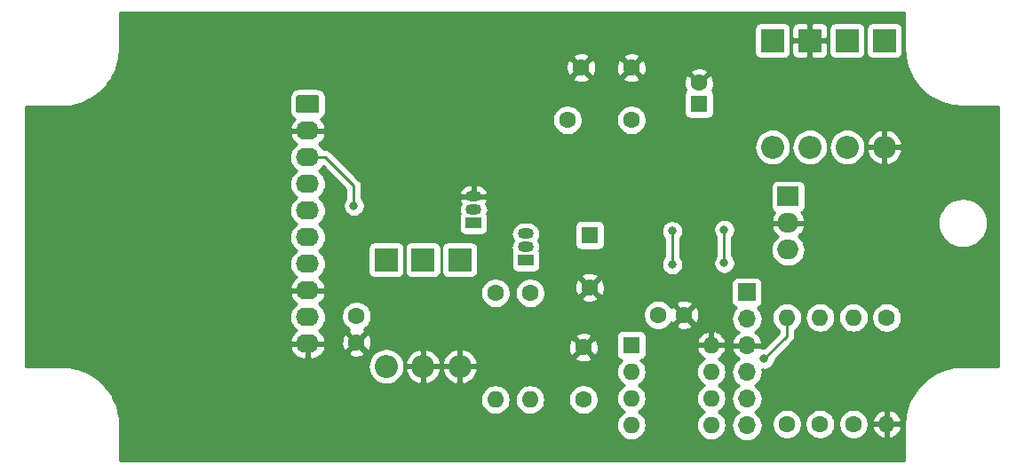
<source format=gbr>
G04 #@! TF.GenerationSoftware,KiCad,Pcbnew,6.0.0-unknown-r15630-3caa4376*
G04 #@! TF.CreationDate,2019-05-16T13:37:44+01:00*
G04 #@! TF.ProjectId,FuelGauge,4675656c-4761-4756-9765-2e6b69636164,1.0*
G04 #@! TF.SameCoordinates,Original*
G04 #@! TF.FileFunction,Copper,L2,Bot*
G04 #@! TF.FilePolarity,Positive*
%FSLAX46Y46*%
G04 Gerber Fmt 4.6, Leading zero omitted, Abs format (unit mm)*
G04 Created by KiCad (PCBNEW 6.0.0-unknown-r15630-3caa4376) date 2019-05-16 13:37:44*
%MOMM*%
%LPD*%
G04 APERTURE LIST*
%ADD10O,1.600000X1.600000*%
%ADD11R,1.600000X1.600000*%
%ADD12O,1.700000X1.700000*%
%ADD13R,1.700000X1.700000*%
%ADD14C,1.600000*%
%ADD15R,1.500000X1.050000*%
%ADD16O,1.500000X1.050000*%
%ADD17O,2.200000X2.200000*%
%ADD18R,2.200000X2.200000*%
%ADD19O,2.000000X1.905000*%
%ADD20R,2.000000X1.905000*%
%ADD21O,2.200000X1.740000*%
%ADD22C,0.100000*%
%ADD23C,1.740000*%
%ADD24C,0.800000*%
%ADD25C,1.250000*%
%ADD26C,0.250000*%
%ADD27C,0.254000*%
G04 APERTURE END LIST*
D10*
X145982000Y-90367000D03*
X138362000Y-97987000D03*
X145982000Y-92907000D03*
X138362000Y-95447000D03*
X145982000Y-95447000D03*
X138362000Y-92907000D03*
X145982000Y-97987000D03*
D11*
X138362000Y-90367000D03*
D12*
X149380000Y-98020000D03*
X149380000Y-95480000D03*
X149380000Y-92940000D03*
X149380000Y-90400000D03*
X149380000Y-87860000D03*
D13*
X149380000Y-85320000D03*
D10*
X125408000Y-95558000D03*
D14*
X125408000Y-85398000D03*
D15*
X128298000Y-82272000D03*
D16*
X128298000Y-79732000D03*
X128298000Y-81002000D03*
D17*
X155380000Y-71468000D03*
D18*
X155380000Y-61308000D03*
D17*
X151824000Y-71468000D03*
D18*
X151824000Y-61308000D03*
D14*
X144808000Y-65343113D03*
D11*
X144808000Y-67343113D03*
D19*
X153317000Y-81256000D03*
X153317000Y-78716000D03*
D20*
X153317000Y-76176000D03*
D14*
X133566000Y-63888000D03*
X132266000Y-68888000D03*
D10*
X153190000Y-87733000D03*
D14*
X153190000Y-97893000D03*
D10*
X162715000Y-97893000D03*
D14*
X162715000Y-87733000D03*
D10*
X159540000Y-87733000D03*
D14*
X159540000Y-97893000D03*
D10*
X156365000Y-87733000D03*
D14*
X156365000Y-97893000D03*
D10*
X128710000Y-95558000D03*
D14*
X128710000Y-85398000D03*
D15*
X123317000Y-78716000D03*
D16*
X123317000Y-76176000D03*
X123317000Y-77446000D03*
D21*
X107501000Y-90224000D03*
X107501000Y-87684000D03*
X107501000Y-85144000D03*
X107501000Y-82604000D03*
X107501000Y-80064000D03*
X107501000Y-77524000D03*
X107501000Y-74984000D03*
X107501000Y-72444000D03*
X107501000Y-69904000D03*
D22*
G36*
X108375505Y-66495204D02*
G01*
X108399773Y-66498804D01*
X108423572Y-66504765D01*
X108446671Y-66513030D01*
X108468850Y-66523520D01*
X108489893Y-66536132D01*
X108509599Y-66550747D01*
X108527777Y-66567223D01*
X108544253Y-66585401D01*
X108558868Y-66605107D01*
X108571480Y-66626150D01*
X108581970Y-66648329D01*
X108590235Y-66671428D01*
X108596196Y-66695227D01*
X108599796Y-66719495D01*
X108601000Y-66743999D01*
X108601000Y-67984001D01*
X108599796Y-68008505D01*
X108596196Y-68032773D01*
X108590235Y-68056572D01*
X108581970Y-68079671D01*
X108571480Y-68101850D01*
X108558868Y-68122893D01*
X108544253Y-68142599D01*
X108527777Y-68160777D01*
X108509599Y-68177253D01*
X108489893Y-68191868D01*
X108468850Y-68204480D01*
X108446671Y-68214970D01*
X108423572Y-68223235D01*
X108399773Y-68229196D01*
X108375505Y-68232796D01*
X108351001Y-68234000D01*
X106650999Y-68234000D01*
X106626495Y-68232796D01*
X106602227Y-68229196D01*
X106578428Y-68223235D01*
X106555329Y-68214970D01*
X106533150Y-68204480D01*
X106512107Y-68191868D01*
X106492401Y-68177253D01*
X106474223Y-68160777D01*
X106457747Y-68142599D01*
X106443132Y-68122893D01*
X106430520Y-68101850D01*
X106420030Y-68079671D01*
X106411765Y-68056572D01*
X106405804Y-68032773D01*
X106402204Y-68008505D01*
X106401000Y-67984001D01*
X106401000Y-66743999D01*
X106402204Y-66719495D01*
X106405804Y-66695227D01*
X106411765Y-66671428D01*
X106420030Y-66648329D01*
X106430520Y-66626150D01*
X106443132Y-66605107D01*
X106457747Y-66585401D01*
X106474223Y-66567223D01*
X106492401Y-66550747D01*
X106512107Y-66536132D01*
X106533150Y-66523520D01*
X106555329Y-66513030D01*
X106578428Y-66504765D01*
X106602227Y-66498804D01*
X106626495Y-66495204D01*
X106650999Y-66494000D01*
X108351001Y-66494000D01*
X108375505Y-66495204D01*
X108375505Y-66495204D01*
G37*
D23*
X107501000Y-67364000D03*
D17*
X162492000Y-71468000D03*
D18*
X162492000Y-61308000D03*
D17*
X158936000Y-71468000D03*
D18*
X158936000Y-61308000D03*
D17*
X122003332Y-92383000D03*
D18*
X122003332Y-82223000D03*
D17*
X118498666Y-92383000D03*
D18*
X118498666Y-82223000D03*
D17*
X114994000Y-92383000D03*
D18*
X114994000Y-82223000D03*
D14*
X143412000Y-87479000D03*
X140912000Y-87479000D03*
X134394000Y-84859000D03*
D11*
X134394000Y-79859000D03*
D14*
X133790000Y-90558000D03*
X133790000Y-95558000D03*
X112169000Y-90106000D03*
X112169000Y-87606000D03*
X138362000Y-63888000D03*
X138362000Y-68888000D03*
D24*
X144554000Y-79351000D03*
X135918000Y-73382000D03*
X147856000Y-73763000D03*
X114328000Y-76938000D03*
X112296000Y-82145000D03*
X125504000Y-88368000D03*
X124107000Y-82780000D03*
X123091000Y-60174000D03*
X108740000Y-60174000D03*
X94389000Y-60174000D03*
X84229000Y-70461000D03*
X84229000Y-89003000D03*
X94389000Y-98655000D03*
X101501000Y-89003000D03*
X101755000Y-70461000D03*
X143157000Y-100179000D03*
X149634000Y-64492000D03*
X151031000Y-91670000D03*
X142268000Y-79478000D03*
X142268000Y-82653000D03*
X111915000Y-77065000D03*
X147221000Y-82526000D03*
X147221000Y-79351000D03*
D25*
X146015000Y-90400000D02*
X145982000Y-90367000D01*
X155380000Y-61308000D02*
X155558000Y-61308000D01*
D26*
X153190000Y-89511000D02*
X151031000Y-91670000D01*
X153190000Y-87733000D02*
X153190000Y-89511000D01*
X142268000Y-80043685D02*
X142268000Y-82653000D01*
X142268000Y-79478000D02*
X142268000Y-80043685D01*
X107731000Y-72444000D02*
X107501000Y-72444000D01*
X111915000Y-77065000D02*
X111915000Y-75160000D01*
X109199000Y-72444000D02*
X107501000Y-72444000D01*
X111915000Y-75160000D02*
X109199000Y-72444000D01*
X147221000Y-79351000D02*
X147221000Y-82526000D01*
D27*
G36*
X164365000Y-62031191D02*
G01*
X164367281Y-62054355D01*
X164420343Y-62776921D01*
X164422766Y-62791718D01*
X164423237Y-62806702D01*
X164436183Y-62878653D01*
X164643703Y-63743035D01*
X164650074Y-63761966D01*
X164654229Y-63781513D01*
X164679712Y-63850034D01*
X165037021Y-64664005D01*
X165046647Y-64681514D01*
X165054195Y-64700010D01*
X165091409Y-64762936D01*
X165587212Y-65500770D01*
X165599785Y-65516296D01*
X165610491Y-65533166D01*
X165658260Y-65588507D01*
X166276887Y-66226880D01*
X166292010Y-66239934D01*
X166305534Y-66254641D01*
X166362348Y-66300648D01*
X167084244Y-66819383D01*
X167101439Y-66829552D01*
X167117355Y-66841633D01*
X167181418Y-66876852D01*
X167983765Y-67259552D01*
X168002494Y-67266517D01*
X168020293Y-67275586D01*
X168089581Y-67298904D01*
X168947016Y-67533472D01*
X168966677Y-67537010D01*
X168985806Y-67542785D01*
X169058128Y-67553464D01*
X169940677Y-67632229D01*
X169968808Y-67635000D01*
X173365000Y-67635000D01*
X173365001Y-92365000D01*
X169968808Y-92365000D01*
X169945641Y-92367282D01*
X169223079Y-92420343D01*
X169208282Y-92422766D01*
X169193298Y-92423237D01*
X169121347Y-92436183D01*
X168256965Y-92643703D01*
X168238035Y-92650074D01*
X168218486Y-92654229D01*
X168149965Y-92679713D01*
X167335995Y-93037021D01*
X167318485Y-93046647D01*
X167299990Y-93054195D01*
X167237064Y-93091409D01*
X166499230Y-93587212D01*
X166483704Y-93599785D01*
X166466834Y-93610491D01*
X166411493Y-93658260D01*
X165773120Y-94276887D01*
X165760066Y-94292010D01*
X165745359Y-94305534D01*
X165699352Y-94362348D01*
X165180617Y-95084244D01*
X165170448Y-95101439D01*
X165158367Y-95117355D01*
X165123148Y-95181419D01*
X164740448Y-95983765D01*
X164733483Y-96002494D01*
X164724414Y-96020293D01*
X164701096Y-96089581D01*
X164466528Y-96947017D01*
X164462991Y-96966676D01*
X164457215Y-96985806D01*
X164446536Y-97058128D01*
X164367770Y-97940687D01*
X164365000Y-97968809D01*
X164365001Y-101365000D01*
X89635000Y-101365000D01*
X89635000Y-97968808D01*
X89632718Y-97945641D01*
X89579657Y-97223079D01*
X89577234Y-97208282D01*
X89576763Y-97193298D01*
X89563817Y-97121347D01*
X89356297Y-96256965D01*
X89349926Y-96238035D01*
X89345771Y-96218486D01*
X89320287Y-96149965D01*
X89060433Y-95558000D01*
X123966057Y-95558000D01*
X123993764Y-95839309D01*
X124075818Y-96109808D01*
X124209068Y-96359101D01*
X124388392Y-96577608D01*
X124606899Y-96756932D01*
X124856192Y-96890182D01*
X125126691Y-96972236D01*
X125337508Y-96993000D01*
X125478492Y-96993000D01*
X125689309Y-96972236D01*
X125959808Y-96890182D01*
X126209101Y-96756932D01*
X126427608Y-96577608D01*
X126606932Y-96359101D01*
X126740182Y-96109808D01*
X126822236Y-95839309D01*
X126849943Y-95558000D01*
X127268057Y-95558000D01*
X127295764Y-95839309D01*
X127377818Y-96109808D01*
X127511068Y-96359101D01*
X127690392Y-96577608D01*
X127908899Y-96756932D01*
X128158192Y-96890182D01*
X128428691Y-96972236D01*
X128639508Y-96993000D01*
X128780492Y-96993000D01*
X128991309Y-96972236D01*
X129261808Y-96890182D01*
X129511101Y-96756932D01*
X129729608Y-96577608D01*
X129908932Y-96359101D01*
X130042182Y-96109808D01*
X130124236Y-95839309D01*
X130151943Y-95558000D01*
X130138023Y-95416665D01*
X132355000Y-95416665D01*
X132355000Y-95699335D01*
X132410147Y-95976574D01*
X132518320Y-96237727D01*
X132675363Y-96472759D01*
X132875241Y-96672637D01*
X133110273Y-96829680D01*
X133371426Y-96937853D01*
X133648665Y-96993000D01*
X133931335Y-96993000D01*
X134208574Y-96937853D01*
X134469727Y-96829680D01*
X134704759Y-96672637D01*
X134904637Y-96472759D01*
X135061680Y-96237727D01*
X135169853Y-95976574D01*
X135225000Y-95699335D01*
X135225000Y-95416665D01*
X135169853Y-95139426D01*
X135061680Y-94878273D01*
X134904637Y-94643241D01*
X134704759Y-94443363D01*
X134469727Y-94286320D01*
X134208574Y-94178147D01*
X133931335Y-94123000D01*
X133648665Y-94123000D01*
X133371426Y-94178147D01*
X133110273Y-94286320D01*
X132875241Y-94443363D01*
X132675363Y-94643241D01*
X132518320Y-94878273D01*
X132410147Y-95139426D01*
X132355000Y-95416665D01*
X130138023Y-95416665D01*
X130124236Y-95276691D01*
X130042182Y-95006192D01*
X129908932Y-94756899D01*
X129729608Y-94538392D01*
X129511101Y-94359068D01*
X129261808Y-94225818D01*
X128991309Y-94143764D01*
X128780492Y-94123000D01*
X128639508Y-94123000D01*
X128428691Y-94143764D01*
X128158192Y-94225818D01*
X127908899Y-94359068D01*
X127690392Y-94538392D01*
X127511068Y-94756899D01*
X127377818Y-95006192D01*
X127295764Y-95276691D01*
X127268057Y-95558000D01*
X126849943Y-95558000D01*
X126822236Y-95276691D01*
X126740182Y-95006192D01*
X126606932Y-94756899D01*
X126427608Y-94538392D01*
X126209101Y-94359068D01*
X125959808Y-94225818D01*
X125689309Y-94143764D01*
X125478492Y-94123000D01*
X125337508Y-94123000D01*
X125126691Y-94143764D01*
X124856192Y-94225818D01*
X124606899Y-94359068D01*
X124388392Y-94538392D01*
X124209068Y-94756899D01*
X124075818Y-95006192D01*
X123993764Y-95276691D01*
X123966057Y-95558000D01*
X89060433Y-95558000D01*
X88962979Y-95335995D01*
X88953353Y-95318485D01*
X88945805Y-95299990D01*
X88908591Y-95237064D01*
X88412788Y-94499230D01*
X88400215Y-94483704D01*
X88389509Y-94466834D01*
X88341740Y-94411493D01*
X87723113Y-93773120D01*
X87707990Y-93760066D01*
X87694466Y-93745359D01*
X87637652Y-93699352D01*
X86915756Y-93180617D01*
X86898561Y-93170448D01*
X86882645Y-93158367D01*
X86818581Y-93123148D01*
X86016235Y-92740448D01*
X85997506Y-92733483D01*
X85979707Y-92724414D01*
X85910419Y-92701096D01*
X85052983Y-92466528D01*
X85033324Y-92462991D01*
X85014194Y-92457215D01*
X84941872Y-92446536D01*
X84229962Y-92383000D01*
X113250606Y-92383000D01*
X113284105Y-92723119D01*
X113383314Y-93050168D01*
X113544421Y-93351578D01*
X113761234Y-93615766D01*
X114025422Y-93832579D01*
X114326832Y-93993686D01*
X114653881Y-94092895D01*
X114908775Y-94118000D01*
X115079225Y-94118000D01*
X115334119Y-94092895D01*
X115661168Y-93993686D01*
X115962578Y-93832579D01*
X116226766Y-93615766D01*
X116443579Y-93351578D01*
X116604686Y-93050168D01*
X116686906Y-92779123D01*
X116809487Y-92779123D01*
X116919224Y-93101054D01*
X117089658Y-93395391D01*
X117314239Y-93650822D01*
X117584337Y-93857531D01*
X117889572Y-94007575D01*
X118102544Y-94072175D01*
X118371666Y-93954125D01*
X118371666Y-92510000D01*
X118625666Y-92510000D01*
X118625666Y-93954125D01*
X118894788Y-94072175D01*
X119107760Y-94007575D01*
X119412995Y-93857531D01*
X119683093Y-93650822D01*
X119907674Y-93395391D01*
X120078108Y-93101054D01*
X120187845Y-92779123D01*
X120314153Y-92779123D01*
X120423890Y-93101054D01*
X120594324Y-93395391D01*
X120818905Y-93650822D01*
X121089003Y-93857531D01*
X121394238Y-94007575D01*
X121607210Y-94072175D01*
X121876332Y-93954125D01*
X121876332Y-92510000D01*
X122130332Y-92510000D01*
X122130332Y-93954125D01*
X122399454Y-94072175D01*
X122612426Y-94007575D01*
X122917661Y-93857531D01*
X123187759Y-93650822D01*
X123412340Y-93395391D01*
X123582774Y-93101054D01*
X123648921Y-92907000D01*
X136920057Y-92907000D01*
X136947764Y-93188309D01*
X137029818Y-93458808D01*
X137163068Y-93708101D01*
X137342392Y-93926608D01*
X137560899Y-94105932D01*
X137693858Y-94177000D01*
X137560899Y-94248068D01*
X137342392Y-94427392D01*
X137163068Y-94645899D01*
X137029818Y-94895192D01*
X136947764Y-95165691D01*
X136920057Y-95447000D01*
X136947764Y-95728309D01*
X137029818Y-95998808D01*
X137163068Y-96248101D01*
X137342392Y-96466608D01*
X137560899Y-96645932D01*
X137693858Y-96717000D01*
X137560899Y-96788068D01*
X137342392Y-96967392D01*
X137163068Y-97185899D01*
X137029818Y-97435192D01*
X136947764Y-97705691D01*
X136920057Y-97987000D01*
X136947764Y-98268309D01*
X137029818Y-98538808D01*
X137163068Y-98788101D01*
X137342392Y-99006608D01*
X137560899Y-99185932D01*
X137810192Y-99319182D01*
X138080691Y-99401236D01*
X138291508Y-99422000D01*
X138432492Y-99422000D01*
X138643309Y-99401236D01*
X138913808Y-99319182D01*
X139163101Y-99185932D01*
X139381608Y-99006608D01*
X139560932Y-98788101D01*
X139694182Y-98538808D01*
X139776236Y-98268309D01*
X139803943Y-97987000D01*
X139776236Y-97705691D01*
X139694182Y-97435192D01*
X139560932Y-97185899D01*
X139381608Y-96967392D01*
X139163101Y-96788068D01*
X139030142Y-96717000D01*
X139163101Y-96645932D01*
X139381608Y-96466608D01*
X139560932Y-96248101D01*
X139694182Y-95998808D01*
X139776236Y-95728309D01*
X139803943Y-95447000D01*
X139776236Y-95165691D01*
X139694182Y-94895192D01*
X139560932Y-94645899D01*
X139381608Y-94427392D01*
X139163101Y-94248068D01*
X139030142Y-94177000D01*
X139163101Y-94105932D01*
X139381608Y-93926608D01*
X139560932Y-93708101D01*
X139694182Y-93458808D01*
X139776236Y-93188309D01*
X139803943Y-92907000D01*
X144540057Y-92907000D01*
X144567764Y-93188309D01*
X144649818Y-93458808D01*
X144783068Y-93708101D01*
X144962392Y-93926608D01*
X145180899Y-94105932D01*
X145313858Y-94177000D01*
X145180899Y-94248068D01*
X144962392Y-94427392D01*
X144783068Y-94645899D01*
X144649818Y-94895192D01*
X144567764Y-95165691D01*
X144540057Y-95447000D01*
X144567764Y-95728309D01*
X144649818Y-95998808D01*
X144783068Y-96248101D01*
X144962392Y-96466608D01*
X145180899Y-96645932D01*
X145313858Y-96717000D01*
X145180899Y-96788068D01*
X144962392Y-96967392D01*
X144783068Y-97185899D01*
X144649818Y-97435192D01*
X144567764Y-97705691D01*
X144540057Y-97987000D01*
X144567764Y-98268309D01*
X144649818Y-98538808D01*
X144783068Y-98788101D01*
X144962392Y-99006608D01*
X145180899Y-99185932D01*
X145430192Y-99319182D01*
X145700691Y-99401236D01*
X145911508Y-99422000D01*
X146052492Y-99422000D01*
X146263309Y-99401236D01*
X146533808Y-99319182D01*
X146783101Y-99185932D01*
X147001608Y-99006608D01*
X147180932Y-98788101D01*
X147314182Y-98538808D01*
X147396236Y-98268309D01*
X147423943Y-97987000D01*
X147396236Y-97705691D01*
X147314182Y-97435192D01*
X147180932Y-97185899D01*
X147001608Y-96967392D01*
X146783101Y-96788068D01*
X146650142Y-96717000D01*
X146783101Y-96645932D01*
X147001608Y-96466608D01*
X147180932Y-96248101D01*
X147314182Y-95998808D01*
X147396236Y-95728309D01*
X147423943Y-95447000D01*
X147396236Y-95165691D01*
X147314182Y-94895192D01*
X147180932Y-94645899D01*
X147001608Y-94427392D01*
X146783101Y-94248068D01*
X146650142Y-94177000D01*
X146783101Y-94105932D01*
X147001608Y-93926608D01*
X147180932Y-93708101D01*
X147314182Y-93458808D01*
X147396236Y-93188309D01*
X147420692Y-92940000D01*
X147887815Y-92940000D01*
X147916487Y-93231111D01*
X148001401Y-93511034D01*
X148139294Y-93769014D01*
X148324866Y-93995134D01*
X148550986Y-94180706D01*
X148605791Y-94210000D01*
X148550986Y-94239294D01*
X148324866Y-94424866D01*
X148139294Y-94650986D01*
X148001401Y-94908966D01*
X147916487Y-95188889D01*
X147887815Y-95480000D01*
X147916487Y-95771111D01*
X148001401Y-96051034D01*
X148139294Y-96309014D01*
X148324866Y-96535134D01*
X148550986Y-96720706D01*
X148605791Y-96750000D01*
X148550986Y-96779294D01*
X148324866Y-96964866D01*
X148139294Y-97190986D01*
X148001401Y-97448966D01*
X147916487Y-97728889D01*
X147887815Y-98020000D01*
X147916487Y-98311111D01*
X148001401Y-98591034D01*
X148139294Y-98849014D01*
X148324866Y-99075134D01*
X148550986Y-99260706D01*
X148808966Y-99398599D01*
X149088889Y-99483513D01*
X149307050Y-99505000D01*
X149452950Y-99505000D01*
X149671111Y-99483513D01*
X149951034Y-99398599D01*
X150209014Y-99260706D01*
X150435134Y-99075134D01*
X150620706Y-98849014D01*
X150758599Y-98591034D01*
X150843513Y-98311111D01*
X150872185Y-98020000D01*
X150845757Y-97751665D01*
X151755000Y-97751665D01*
X151755000Y-98034335D01*
X151810147Y-98311574D01*
X151918320Y-98572727D01*
X152075363Y-98807759D01*
X152275241Y-99007637D01*
X152510273Y-99164680D01*
X152771426Y-99272853D01*
X153048665Y-99328000D01*
X153331335Y-99328000D01*
X153608574Y-99272853D01*
X153869727Y-99164680D01*
X154104759Y-99007637D01*
X154304637Y-98807759D01*
X154461680Y-98572727D01*
X154569853Y-98311574D01*
X154625000Y-98034335D01*
X154625000Y-97751665D01*
X154930000Y-97751665D01*
X154930000Y-98034335D01*
X154985147Y-98311574D01*
X155093320Y-98572727D01*
X155250363Y-98807759D01*
X155450241Y-99007637D01*
X155685273Y-99164680D01*
X155946426Y-99272853D01*
X156223665Y-99328000D01*
X156506335Y-99328000D01*
X156783574Y-99272853D01*
X157044727Y-99164680D01*
X157279759Y-99007637D01*
X157479637Y-98807759D01*
X157636680Y-98572727D01*
X157744853Y-98311574D01*
X157800000Y-98034335D01*
X157800000Y-97751665D01*
X158105000Y-97751665D01*
X158105000Y-98034335D01*
X158160147Y-98311574D01*
X158268320Y-98572727D01*
X158425363Y-98807759D01*
X158625241Y-99007637D01*
X158860273Y-99164680D01*
X159121426Y-99272853D01*
X159398665Y-99328000D01*
X159681335Y-99328000D01*
X159958574Y-99272853D01*
X160219727Y-99164680D01*
X160454759Y-99007637D01*
X160654637Y-98807759D01*
X160811680Y-98572727D01*
X160919853Y-98311574D01*
X160933684Y-98242040D01*
X161323091Y-98242040D01*
X161417930Y-98506881D01*
X161562615Y-98748131D01*
X161751586Y-98956519D01*
X161977580Y-99124037D01*
X162231913Y-99244246D01*
X162365961Y-99284904D01*
X162588000Y-99162915D01*
X162588000Y-98020000D01*
X162842000Y-98020000D01*
X162842000Y-99162915D01*
X163064039Y-99284904D01*
X163198087Y-99244246D01*
X163452420Y-99124037D01*
X163678414Y-98956519D01*
X163867385Y-98748131D01*
X164012070Y-98506881D01*
X164106909Y-98242040D01*
X163985624Y-98020000D01*
X162842000Y-98020000D01*
X162588000Y-98020000D01*
X161444376Y-98020000D01*
X161323091Y-98242040D01*
X160933684Y-98242040D01*
X160975000Y-98034335D01*
X160975000Y-97751665D01*
X160933685Y-97543960D01*
X161323091Y-97543960D01*
X161444376Y-97766000D01*
X162588000Y-97766000D01*
X162588000Y-96623085D01*
X162842000Y-96623085D01*
X162842000Y-97766000D01*
X163985624Y-97766000D01*
X164106909Y-97543960D01*
X164012070Y-97279119D01*
X163867385Y-97037869D01*
X163678414Y-96829481D01*
X163452420Y-96661963D01*
X163198087Y-96541754D01*
X163064039Y-96501096D01*
X162842000Y-96623085D01*
X162588000Y-96623085D01*
X162365961Y-96501096D01*
X162231913Y-96541754D01*
X161977580Y-96661963D01*
X161751586Y-96829481D01*
X161562615Y-97037869D01*
X161417930Y-97279119D01*
X161323091Y-97543960D01*
X160933685Y-97543960D01*
X160919853Y-97474426D01*
X160811680Y-97213273D01*
X160654637Y-96978241D01*
X160454759Y-96778363D01*
X160219727Y-96621320D01*
X159958574Y-96513147D01*
X159681335Y-96458000D01*
X159398665Y-96458000D01*
X159121426Y-96513147D01*
X158860273Y-96621320D01*
X158625241Y-96778363D01*
X158425363Y-96978241D01*
X158268320Y-97213273D01*
X158160147Y-97474426D01*
X158105000Y-97751665D01*
X157800000Y-97751665D01*
X157744853Y-97474426D01*
X157636680Y-97213273D01*
X157479637Y-96978241D01*
X157279759Y-96778363D01*
X157044727Y-96621320D01*
X156783574Y-96513147D01*
X156506335Y-96458000D01*
X156223665Y-96458000D01*
X155946426Y-96513147D01*
X155685273Y-96621320D01*
X155450241Y-96778363D01*
X155250363Y-96978241D01*
X155093320Y-97213273D01*
X154985147Y-97474426D01*
X154930000Y-97751665D01*
X154625000Y-97751665D01*
X154569853Y-97474426D01*
X154461680Y-97213273D01*
X154304637Y-96978241D01*
X154104759Y-96778363D01*
X153869727Y-96621320D01*
X153608574Y-96513147D01*
X153331335Y-96458000D01*
X153048665Y-96458000D01*
X152771426Y-96513147D01*
X152510273Y-96621320D01*
X152275241Y-96778363D01*
X152075363Y-96978241D01*
X151918320Y-97213273D01*
X151810147Y-97474426D01*
X151755000Y-97751665D01*
X150845757Y-97751665D01*
X150843513Y-97728889D01*
X150758599Y-97448966D01*
X150620706Y-97190986D01*
X150435134Y-96964866D01*
X150209014Y-96779294D01*
X150154209Y-96750000D01*
X150209014Y-96720706D01*
X150435134Y-96535134D01*
X150620706Y-96309014D01*
X150758599Y-96051034D01*
X150843513Y-95771111D01*
X150872185Y-95480000D01*
X150843513Y-95188889D01*
X150758599Y-94908966D01*
X150620706Y-94650986D01*
X150435134Y-94424866D01*
X150209014Y-94239294D01*
X150154209Y-94210000D01*
X150209014Y-94180706D01*
X150435134Y-93995134D01*
X150620706Y-93769014D01*
X150758599Y-93511034D01*
X150843513Y-93231111D01*
X150872185Y-92940000D01*
X150847440Y-92688765D01*
X150929061Y-92705000D01*
X151132939Y-92705000D01*
X151332898Y-92665226D01*
X151521256Y-92587205D01*
X151690774Y-92473937D01*
X151834937Y-92329774D01*
X151948205Y-92160256D01*
X152026226Y-91971898D01*
X152066000Y-91771939D01*
X152066000Y-91709801D01*
X153701003Y-90074799D01*
X153730001Y-90051001D01*
X153757116Y-90017961D01*
X153824974Y-89935277D01*
X153895546Y-89803247D01*
X153913244Y-89744903D01*
X153939003Y-89659986D01*
X153950000Y-89548333D01*
X153950000Y-89548324D01*
X153953676Y-89511001D01*
X153950000Y-89473678D01*
X153950000Y-88953901D01*
X153991101Y-88931932D01*
X154209608Y-88752608D01*
X154388932Y-88534101D01*
X154522182Y-88284808D01*
X154604236Y-88014309D01*
X154631943Y-87733000D01*
X154923057Y-87733000D01*
X154950764Y-88014309D01*
X155032818Y-88284808D01*
X155166068Y-88534101D01*
X155345392Y-88752608D01*
X155563899Y-88931932D01*
X155813192Y-89065182D01*
X156083691Y-89147236D01*
X156294508Y-89168000D01*
X156435492Y-89168000D01*
X156646309Y-89147236D01*
X156916808Y-89065182D01*
X157166101Y-88931932D01*
X157384608Y-88752608D01*
X157563932Y-88534101D01*
X157697182Y-88284808D01*
X157779236Y-88014309D01*
X157806943Y-87733000D01*
X158098057Y-87733000D01*
X158125764Y-88014309D01*
X158207818Y-88284808D01*
X158341068Y-88534101D01*
X158520392Y-88752608D01*
X158738899Y-88931932D01*
X158988192Y-89065182D01*
X159258691Y-89147236D01*
X159469508Y-89168000D01*
X159610492Y-89168000D01*
X159821309Y-89147236D01*
X160091808Y-89065182D01*
X160341101Y-88931932D01*
X160559608Y-88752608D01*
X160738932Y-88534101D01*
X160872182Y-88284808D01*
X160954236Y-88014309D01*
X160981943Y-87733000D01*
X160968023Y-87591665D01*
X161280000Y-87591665D01*
X161280000Y-87874335D01*
X161335147Y-88151574D01*
X161443320Y-88412727D01*
X161600363Y-88647759D01*
X161800241Y-88847637D01*
X162035273Y-89004680D01*
X162296426Y-89112853D01*
X162573665Y-89168000D01*
X162856335Y-89168000D01*
X163133574Y-89112853D01*
X163394727Y-89004680D01*
X163629759Y-88847637D01*
X163829637Y-88647759D01*
X163986680Y-88412727D01*
X164094853Y-88151574D01*
X164150000Y-87874335D01*
X164150000Y-87591665D01*
X164094853Y-87314426D01*
X163986680Y-87053273D01*
X163829637Y-86818241D01*
X163629759Y-86618363D01*
X163394727Y-86461320D01*
X163133574Y-86353147D01*
X162856335Y-86298000D01*
X162573665Y-86298000D01*
X162296426Y-86353147D01*
X162035273Y-86461320D01*
X161800241Y-86618363D01*
X161600363Y-86818241D01*
X161443320Y-87053273D01*
X161335147Y-87314426D01*
X161280000Y-87591665D01*
X160968023Y-87591665D01*
X160954236Y-87451691D01*
X160872182Y-87181192D01*
X160738932Y-86931899D01*
X160559608Y-86713392D01*
X160341101Y-86534068D01*
X160091808Y-86400818D01*
X159821309Y-86318764D01*
X159610492Y-86298000D01*
X159469508Y-86298000D01*
X159258691Y-86318764D01*
X158988192Y-86400818D01*
X158738899Y-86534068D01*
X158520392Y-86713392D01*
X158341068Y-86931899D01*
X158207818Y-87181192D01*
X158125764Y-87451691D01*
X158098057Y-87733000D01*
X157806943Y-87733000D01*
X157779236Y-87451691D01*
X157697182Y-87181192D01*
X157563932Y-86931899D01*
X157384608Y-86713392D01*
X157166101Y-86534068D01*
X156916808Y-86400818D01*
X156646309Y-86318764D01*
X156435492Y-86298000D01*
X156294508Y-86298000D01*
X156083691Y-86318764D01*
X155813192Y-86400818D01*
X155563899Y-86534068D01*
X155345392Y-86713392D01*
X155166068Y-86931899D01*
X155032818Y-87181192D01*
X154950764Y-87451691D01*
X154923057Y-87733000D01*
X154631943Y-87733000D01*
X154604236Y-87451691D01*
X154522182Y-87181192D01*
X154388932Y-86931899D01*
X154209608Y-86713392D01*
X153991101Y-86534068D01*
X153741808Y-86400818D01*
X153471309Y-86318764D01*
X153260492Y-86298000D01*
X153119508Y-86298000D01*
X152908691Y-86318764D01*
X152638192Y-86400818D01*
X152388899Y-86534068D01*
X152170392Y-86713392D01*
X151991068Y-86931899D01*
X151857818Y-87181192D01*
X151775764Y-87451691D01*
X151748057Y-87733000D01*
X151775764Y-88014309D01*
X151857818Y-88284808D01*
X151991068Y-88534101D01*
X152170392Y-88752608D01*
X152388899Y-88931932D01*
X152430001Y-88953901D01*
X152430001Y-89196197D01*
X150991199Y-90635000D01*
X150929061Y-90635000D01*
X150773482Y-90665946D01*
X150700155Y-90527000D01*
X149507000Y-90527000D01*
X149507000Y-90547000D01*
X149253000Y-90547000D01*
X149253000Y-90527000D01*
X148059845Y-90527000D01*
X147938524Y-90756890D01*
X147983175Y-90904099D01*
X148108359Y-91166920D01*
X148282412Y-91400269D01*
X148498645Y-91595178D01*
X148615523Y-91664799D01*
X148550986Y-91699294D01*
X148324866Y-91884866D01*
X148139294Y-92110986D01*
X148001401Y-92368966D01*
X147916487Y-92648889D01*
X147887815Y-92940000D01*
X147420692Y-92940000D01*
X147423943Y-92907000D01*
X147396236Y-92625691D01*
X147314182Y-92355192D01*
X147180932Y-92105899D01*
X147001608Y-91887392D01*
X146783101Y-91708068D01*
X146645318Y-91634421D01*
X146837131Y-91519385D01*
X147045519Y-91330414D01*
X147213037Y-91104420D01*
X147333246Y-90850087D01*
X147373904Y-90716039D01*
X147251915Y-90494000D01*
X146109000Y-90494000D01*
X146109000Y-90514000D01*
X145855000Y-90514000D01*
X145855000Y-90494000D01*
X144712085Y-90494000D01*
X144590096Y-90716039D01*
X144630754Y-90850087D01*
X144750963Y-91104420D01*
X144918481Y-91330414D01*
X145126869Y-91519385D01*
X145318682Y-91634421D01*
X145180899Y-91708068D01*
X144962392Y-91887392D01*
X144783068Y-92105899D01*
X144649818Y-92355192D01*
X144567764Y-92625691D01*
X144540057Y-92907000D01*
X139803943Y-92907000D01*
X139776236Y-92625691D01*
X139694182Y-92355192D01*
X139560932Y-92105899D01*
X139381608Y-91887392D01*
X139268518Y-91794581D01*
X139286482Y-91792812D01*
X139406180Y-91756502D01*
X139516494Y-91697537D01*
X139613185Y-91618185D01*
X139692537Y-91521494D01*
X139751502Y-91411180D01*
X139787812Y-91291482D01*
X139800072Y-91167000D01*
X139800072Y-90017961D01*
X144590096Y-90017961D01*
X144712085Y-90240000D01*
X145855000Y-90240000D01*
X145855000Y-89096376D01*
X146109000Y-89096376D01*
X146109000Y-90240000D01*
X147251915Y-90240000D01*
X147373904Y-90017961D01*
X147333246Y-89883913D01*
X147213037Y-89629580D01*
X147045519Y-89403586D01*
X146837131Y-89214615D01*
X146595881Y-89069930D01*
X146331040Y-88975091D01*
X146109000Y-89096376D01*
X145855000Y-89096376D01*
X145632960Y-88975091D01*
X145368119Y-89069930D01*
X145126869Y-89214615D01*
X144918481Y-89403586D01*
X144750963Y-89629580D01*
X144630754Y-89883913D01*
X144590096Y-90017961D01*
X139800072Y-90017961D01*
X139800072Y-89567000D01*
X139787812Y-89442518D01*
X139751502Y-89322820D01*
X139692537Y-89212506D01*
X139613185Y-89115815D01*
X139516494Y-89036463D01*
X139406180Y-88977498D01*
X139286482Y-88941188D01*
X139162000Y-88928928D01*
X137562000Y-88928928D01*
X137437518Y-88941188D01*
X137317820Y-88977498D01*
X137207506Y-89036463D01*
X137110815Y-89115815D01*
X137031463Y-89212506D01*
X136972498Y-89322820D01*
X136936188Y-89442518D01*
X136923928Y-89567000D01*
X136923928Y-91167000D01*
X136936188Y-91291482D01*
X136972498Y-91411180D01*
X137031463Y-91521494D01*
X137110815Y-91618185D01*
X137207506Y-91697537D01*
X137317820Y-91756502D01*
X137437518Y-91792812D01*
X137455482Y-91794581D01*
X137342392Y-91887392D01*
X137163068Y-92105899D01*
X137029818Y-92355192D01*
X136947764Y-92625691D01*
X136920057Y-92907000D01*
X123648921Y-92907000D01*
X123692511Y-92779123D01*
X123574932Y-92510000D01*
X122130332Y-92510000D01*
X121876332Y-92510000D01*
X120431732Y-92510000D01*
X120314153Y-92779123D01*
X120187845Y-92779123D01*
X120070266Y-92510000D01*
X118625666Y-92510000D01*
X118371666Y-92510000D01*
X116927066Y-92510000D01*
X116809487Y-92779123D01*
X116686906Y-92779123D01*
X116703895Y-92723119D01*
X116737394Y-92383000D01*
X116703895Y-92042881D01*
X116686907Y-91986877D01*
X116809487Y-91986877D01*
X116927066Y-92256000D01*
X118371666Y-92256000D01*
X118371666Y-90811875D01*
X118625666Y-90811875D01*
X118625666Y-92256000D01*
X120070266Y-92256000D01*
X120187845Y-91986877D01*
X120314153Y-91986877D01*
X120431732Y-92256000D01*
X121876332Y-92256000D01*
X121876332Y-90811875D01*
X122130332Y-90811875D01*
X122130332Y-92256000D01*
X123574932Y-92256000D01*
X123692511Y-91986877D01*
X123582774Y-91664946D01*
X123516622Y-91550702D01*
X132976903Y-91550702D01*
X133048486Y-91794671D01*
X133303996Y-91915571D01*
X133578184Y-91984300D01*
X133860512Y-91998217D01*
X134140130Y-91956787D01*
X134406292Y-91861603D01*
X134531514Y-91794671D01*
X134603097Y-91550702D01*
X133790000Y-90737605D01*
X132976903Y-91550702D01*
X123516622Y-91550702D01*
X123412340Y-91370609D01*
X123187759Y-91115178D01*
X122917661Y-90908469D01*
X122612426Y-90758425D01*
X122399454Y-90693825D01*
X122130332Y-90811875D01*
X121876332Y-90811875D01*
X121607210Y-90693825D01*
X121394238Y-90758425D01*
X121089003Y-90908469D01*
X120818905Y-91115178D01*
X120594324Y-91370609D01*
X120423890Y-91664946D01*
X120314153Y-91986877D01*
X120187845Y-91986877D01*
X120078108Y-91664946D01*
X119907674Y-91370609D01*
X119683093Y-91115178D01*
X119412995Y-90908469D01*
X119107760Y-90758425D01*
X118894788Y-90693825D01*
X118625666Y-90811875D01*
X118371666Y-90811875D01*
X118102544Y-90693825D01*
X117889572Y-90758425D01*
X117584337Y-90908469D01*
X117314239Y-91115178D01*
X117089658Y-91370609D01*
X116919224Y-91664946D01*
X116809487Y-91986877D01*
X116686907Y-91986877D01*
X116604686Y-91715832D01*
X116443579Y-91414422D01*
X116226766Y-91150234D01*
X115962578Y-90933421D01*
X115661168Y-90772314D01*
X115334119Y-90673105D01*
X115079225Y-90648000D01*
X114908775Y-90648000D01*
X114653881Y-90673105D01*
X114326832Y-90772314D01*
X114025422Y-90933421D01*
X113761234Y-91150234D01*
X113544421Y-91414422D01*
X113383314Y-91715832D01*
X113284105Y-92042881D01*
X113250606Y-92383000D01*
X84229962Y-92383000D01*
X84059323Y-92367771D01*
X84031192Y-92365000D01*
X80635000Y-92365000D01*
X80635000Y-90584031D01*
X105809698Y-90584031D01*
X105827412Y-90676502D01*
X105943429Y-90949437D01*
X106110464Y-91194494D01*
X106322097Y-91402256D01*
X106570196Y-91564738D01*
X106845227Y-91675696D01*
X107136620Y-91730866D01*
X107374000Y-91574586D01*
X107374000Y-90351000D01*
X107628000Y-90351000D01*
X107628000Y-91574586D01*
X107865380Y-91730866D01*
X108156773Y-91675696D01*
X108431804Y-91564738D01*
X108679903Y-91402256D01*
X108891536Y-91194494D01*
X108956829Y-91098702D01*
X111355903Y-91098702D01*
X111427486Y-91342671D01*
X111682996Y-91463571D01*
X111957184Y-91532300D01*
X112239512Y-91546217D01*
X112519130Y-91504787D01*
X112785292Y-91409603D01*
X112910514Y-91342671D01*
X112982097Y-91098702D01*
X112169000Y-90285605D01*
X111355903Y-91098702D01*
X108956829Y-91098702D01*
X109058571Y-90949437D01*
X109174588Y-90676502D01*
X109192302Y-90584031D01*
X109071246Y-90351000D01*
X107628000Y-90351000D01*
X107374000Y-90351000D01*
X105930754Y-90351000D01*
X105809698Y-90584031D01*
X80635000Y-90584031D01*
X80635000Y-90176512D01*
X110728783Y-90176512D01*
X110770213Y-90456130D01*
X110865397Y-90722292D01*
X110932329Y-90847514D01*
X111176298Y-90919097D01*
X111989395Y-90106000D01*
X112348605Y-90106000D01*
X113161702Y-90919097D01*
X113405671Y-90847514D01*
X113509296Y-90628512D01*
X132349783Y-90628512D01*
X132391213Y-90908130D01*
X132486397Y-91174292D01*
X132553329Y-91299514D01*
X132797298Y-91371097D01*
X133610395Y-90558000D01*
X133969605Y-90558000D01*
X134782702Y-91371097D01*
X135026671Y-91299514D01*
X135147571Y-91044004D01*
X135216300Y-90769816D01*
X135230217Y-90487488D01*
X135188787Y-90207870D01*
X135093603Y-89941708D01*
X135026671Y-89816486D01*
X134782702Y-89744903D01*
X133969605Y-90558000D01*
X133610395Y-90558000D01*
X132797298Y-89744903D01*
X132553329Y-89816486D01*
X132432429Y-90071996D01*
X132363700Y-90346184D01*
X132349783Y-90628512D01*
X113509296Y-90628512D01*
X113526571Y-90592004D01*
X113595300Y-90317816D01*
X113609217Y-90035488D01*
X113567787Y-89755870D01*
X113499636Y-89565298D01*
X132976903Y-89565298D01*
X133790000Y-90378395D01*
X134603097Y-89565298D01*
X134531514Y-89321329D01*
X134276004Y-89200429D01*
X134001816Y-89131700D01*
X133719488Y-89117783D01*
X133439870Y-89159213D01*
X133173708Y-89254397D01*
X133048486Y-89321329D01*
X132976903Y-89565298D01*
X113499636Y-89565298D01*
X113472603Y-89489708D01*
X113405671Y-89364486D01*
X113161702Y-89292903D01*
X112348605Y-90106000D01*
X111989395Y-90106000D01*
X111176298Y-89292903D01*
X110932329Y-89364486D01*
X110811429Y-89619996D01*
X110742700Y-89894184D01*
X110728783Y-90176512D01*
X80635000Y-90176512D01*
X80635000Y-87684000D01*
X105758718Y-87684000D01*
X105787776Y-87979032D01*
X105873834Y-88262725D01*
X106013583Y-88524179D01*
X106201655Y-88753345D01*
X106430821Y-88941417D01*
X106458669Y-88956302D01*
X106322097Y-89045744D01*
X106110464Y-89253506D01*
X105943429Y-89498563D01*
X105827412Y-89771498D01*
X105809698Y-89863969D01*
X105930754Y-90097000D01*
X107374000Y-90097000D01*
X107374000Y-90077000D01*
X107628000Y-90077000D01*
X107628000Y-90097000D01*
X109071246Y-90097000D01*
X109192302Y-89863969D01*
X109174588Y-89771498D01*
X109058571Y-89498563D01*
X108891536Y-89253506D01*
X108679903Y-89045744D01*
X108543331Y-88956302D01*
X108571179Y-88941417D01*
X108800345Y-88753345D01*
X108988417Y-88524179D01*
X109128166Y-88262725D01*
X109214224Y-87979032D01*
X109243282Y-87684000D01*
X109221680Y-87464665D01*
X110734000Y-87464665D01*
X110734000Y-87747335D01*
X110789147Y-88024574D01*
X110897320Y-88285727D01*
X111054363Y-88520759D01*
X111254241Y-88720637D01*
X111454869Y-88854692D01*
X111427486Y-88869329D01*
X111355903Y-89113298D01*
X112169000Y-89926395D01*
X112982097Y-89113298D01*
X112910514Y-88869329D01*
X112881659Y-88855676D01*
X113083759Y-88720637D01*
X113283637Y-88520759D01*
X113440680Y-88285727D01*
X113548853Y-88024574D01*
X113604000Y-87747335D01*
X113604000Y-87464665D01*
X113578738Y-87337665D01*
X139477000Y-87337665D01*
X139477000Y-87620335D01*
X139532147Y-87897574D01*
X139640320Y-88158727D01*
X139797363Y-88393759D01*
X139997241Y-88593637D01*
X140232273Y-88750680D01*
X140493426Y-88858853D01*
X140770665Y-88914000D01*
X141053335Y-88914000D01*
X141330574Y-88858853D01*
X141591727Y-88750680D01*
X141826759Y-88593637D01*
X141948694Y-88471702D01*
X142598903Y-88471702D01*
X142670486Y-88715671D01*
X142925996Y-88836571D01*
X143200184Y-88905300D01*
X143482512Y-88919217D01*
X143762130Y-88877787D01*
X144028292Y-88782603D01*
X144153514Y-88715671D01*
X144225097Y-88471702D01*
X143412000Y-87658605D01*
X142598903Y-88471702D01*
X141948694Y-88471702D01*
X142026637Y-88393759D01*
X142160692Y-88193131D01*
X142175329Y-88220514D01*
X142419298Y-88292097D01*
X143232395Y-87479000D01*
X143591605Y-87479000D01*
X144404702Y-88292097D01*
X144648671Y-88220514D01*
X144769571Y-87965004D01*
X144795891Y-87860000D01*
X147887815Y-87860000D01*
X147916487Y-88151111D01*
X148001401Y-88431034D01*
X148139294Y-88689014D01*
X148324866Y-88915134D01*
X148550986Y-89100706D01*
X148615523Y-89135201D01*
X148498645Y-89204822D01*
X148282412Y-89399731D01*
X148108359Y-89633080D01*
X147983175Y-89895901D01*
X147938524Y-90043110D01*
X148059845Y-90273000D01*
X149253000Y-90273000D01*
X149253000Y-90253000D01*
X149507000Y-90253000D01*
X149507000Y-90273000D01*
X150700155Y-90273000D01*
X150821476Y-90043110D01*
X150776825Y-89895901D01*
X150651641Y-89633080D01*
X150477588Y-89399731D01*
X150261355Y-89204822D01*
X150144477Y-89135201D01*
X150209014Y-89100706D01*
X150435134Y-88915134D01*
X150620706Y-88689014D01*
X150758599Y-88431034D01*
X150843513Y-88151111D01*
X150872185Y-87860000D01*
X150843513Y-87568889D01*
X150758599Y-87288966D01*
X150620706Y-87030986D01*
X150435134Y-86804866D01*
X150405313Y-86780393D01*
X150474180Y-86759502D01*
X150584494Y-86700537D01*
X150681185Y-86621185D01*
X150760537Y-86524494D01*
X150819502Y-86414180D01*
X150855812Y-86294482D01*
X150868072Y-86170000D01*
X150868072Y-84470000D01*
X150855812Y-84345518D01*
X150819502Y-84225820D01*
X150760537Y-84115506D01*
X150681185Y-84018815D01*
X150584494Y-83939463D01*
X150474180Y-83880498D01*
X150354482Y-83844188D01*
X150230000Y-83831928D01*
X148530000Y-83831928D01*
X148405518Y-83844188D01*
X148285820Y-83880498D01*
X148175506Y-83939463D01*
X148078815Y-84018815D01*
X147999463Y-84115506D01*
X147940498Y-84225820D01*
X147904188Y-84345518D01*
X147891928Y-84470000D01*
X147891928Y-86170000D01*
X147904188Y-86294482D01*
X147940498Y-86414180D01*
X147999463Y-86524494D01*
X148078815Y-86621185D01*
X148175506Y-86700537D01*
X148285820Y-86759502D01*
X148354687Y-86780393D01*
X148324866Y-86804866D01*
X148139294Y-87030986D01*
X148001401Y-87288966D01*
X147916487Y-87568889D01*
X147887815Y-87860000D01*
X144795891Y-87860000D01*
X144838300Y-87690816D01*
X144852217Y-87408488D01*
X144810787Y-87128870D01*
X144715603Y-86862708D01*
X144648671Y-86737486D01*
X144404702Y-86665903D01*
X143591605Y-87479000D01*
X143232395Y-87479000D01*
X142419298Y-86665903D01*
X142175329Y-86737486D01*
X142161676Y-86766341D01*
X142026637Y-86564241D01*
X141948694Y-86486298D01*
X142598903Y-86486298D01*
X143412000Y-87299395D01*
X144225097Y-86486298D01*
X144153514Y-86242329D01*
X143898004Y-86121429D01*
X143623816Y-86052700D01*
X143341488Y-86038783D01*
X143061870Y-86080213D01*
X142795708Y-86175397D01*
X142670486Y-86242329D01*
X142598903Y-86486298D01*
X141948694Y-86486298D01*
X141826759Y-86364363D01*
X141591727Y-86207320D01*
X141330574Y-86099147D01*
X141053335Y-86044000D01*
X140770665Y-86044000D01*
X140493426Y-86099147D01*
X140232273Y-86207320D01*
X139997241Y-86364363D01*
X139797363Y-86564241D01*
X139640320Y-86799273D01*
X139532147Y-87060426D01*
X139477000Y-87337665D01*
X113578738Y-87337665D01*
X113548853Y-87187426D01*
X113440680Y-86926273D01*
X113283637Y-86691241D01*
X113083759Y-86491363D01*
X112848727Y-86334320D01*
X112587574Y-86226147D01*
X112310335Y-86171000D01*
X112027665Y-86171000D01*
X111750426Y-86226147D01*
X111489273Y-86334320D01*
X111254241Y-86491363D01*
X111054363Y-86691241D01*
X110897320Y-86926273D01*
X110789147Y-87187426D01*
X110734000Y-87464665D01*
X109221680Y-87464665D01*
X109214224Y-87388968D01*
X109128166Y-87105275D01*
X108988417Y-86843821D01*
X108800345Y-86614655D01*
X108571179Y-86426583D01*
X108543331Y-86411698D01*
X108679903Y-86322256D01*
X108891536Y-86114494D01*
X109058571Y-85869437D01*
X109174588Y-85596502D01*
X109192302Y-85504031D01*
X109071246Y-85271000D01*
X107628000Y-85271000D01*
X107628000Y-85291000D01*
X107374000Y-85291000D01*
X107374000Y-85271000D01*
X105930754Y-85271000D01*
X105809698Y-85504031D01*
X105827412Y-85596502D01*
X105943429Y-85869437D01*
X106110464Y-86114494D01*
X106322097Y-86322256D01*
X106458669Y-86411698D01*
X106430821Y-86426583D01*
X106201655Y-86614655D01*
X106013583Y-86843821D01*
X105873834Y-87105275D01*
X105787776Y-87388968D01*
X105758718Y-87684000D01*
X80635000Y-87684000D01*
X80635000Y-85256665D01*
X123973000Y-85256665D01*
X123973000Y-85539335D01*
X124028147Y-85816574D01*
X124136320Y-86077727D01*
X124293363Y-86312759D01*
X124493241Y-86512637D01*
X124728273Y-86669680D01*
X124989426Y-86777853D01*
X125266665Y-86833000D01*
X125549335Y-86833000D01*
X125826574Y-86777853D01*
X126087727Y-86669680D01*
X126322759Y-86512637D01*
X126522637Y-86312759D01*
X126679680Y-86077727D01*
X126787853Y-85816574D01*
X126843000Y-85539335D01*
X126843000Y-85256665D01*
X127275000Y-85256665D01*
X127275000Y-85539335D01*
X127330147Y-85816574D01*
X127438320Y-86077727D01*
X127595363Y-86312759D01*
X127795241Y-86512637D01*
X128030273Y-86669680D01*
X128291426Y-86777853D01*
X128568665Y-86833000D01*
X128851335Y-86833000D01*
X129128574Y-86777853D01*
X129389727Y-86669680D01*
X129624759Y-86512637D01*
X129824637Y-86312759D01*
X129981680Y-86077727D01*
X130075302Y-85851702D01*
X133580903Y-85851702D01*
X133652486Y-86095671D01*
X133907996Y-86216571D01*
X134182184Y-86285300D01*
X134464512Y-86299217D01*
X134744130Y-86257787D01*
X135010292Y-86162603D01*
X135135514Y-86095671D01*
X135207097Y-85851702D01*
X134394000Y-85038605D01*
X133580903Y-85851702D01*
X130075302Y-85851702D01*
X130089853Y-85816574D01*
X130145000Y-85539335D01*
X130145000Y-85256665D01*
X130089853Y-84979426D01*
X130069178Y-84929512D01*
X132953783Y-84929512D01*
X132995213Y-85209130D01*
X133090397Y-85475292D01*
X133157329Y-85600514D01*
X133401298Y-85672097D01*
X134214395Y-84859000D01*
X134573605Y-84859000D01*
X135386702Y-85672097D01*
X135630671Y-85600514D01*
X135751571Y-85345004D01*
X135820300Y-85070816D01*
X135834217Y-84788488D01*
X135792787Y-84508870D01*
X135697603Y-84242708D01*
X135630671Y-84117486D01*
X135386702Y-84045903D01*
X134573605Y-84859000D01*
X134214395Y-84859000D01*
X133401298Y-84045903D01*
X133157329Y-84117486D01*
X133036429Y-84372996D01*
X132967700Y-84647184D01*
X132953783Y-84929512D01*
X130069178Y-84929512D01*
X129981680Y-84718273D01*
X129824637Y-84483241D01*
X129624759Y-84283363D01*
X129389727Y-84126320D01*
X129128574Y-84018147D01*
X128851335Y-83963000D01*
X128568665Y-83963000D01*
X128291426Y-84018147D01*
X128030273Y-84126320D01*
X127795241Y-84283363D01*
X127595363Y-84483241D01*
X127438320Y-84718273D01*
X127330147Y-84979426D01*
X127275000Y-85256665D01*
X126843000Y-85256665D01*
X126787853Y-84979426D01*
X126679680Y-84718273D01*
X126522637Y-84483241D01*
X126322759Y-84283363D01*
X126087727Y-84126320D01*
X125826574Y-84018147D01*
X125549335Y-83963000D01*
X125266665Y-83963000D01*
X124989426Y-84018147D01*
X124728273Y-84126320D01*
X124493241Y-84283363D01*
X124293363Y-84483241D01*
X124136320Y-84718273D01*
X124028147Y-84979426D01*
X123973000Y-85256665D01*
X80635000Y-85256665D01*
X80635000Y-72444000D01*
X105758718Y-72444000D01*
X105787776Y-72739032D01*
X105873834Y-73022725D01*
X106013583Y-73284179D01*
X106201655Y-73513345D01*
X106430821Y-73701417D01*
X106454362Y-73714000D01*
X106430821Y-73726583D01*
X106201655Y-73914655D01*
X106013583Y-74143821D01*
X105873834Y-74405275D01*
X105787776Y-74688968D01*
X105758718Y-74984000D01*
X105787776Y-75279032D01*
X105873834Y-75562725D01*
X106013583Y-75824179D01*
X106201655Y-76053345D01*
X106430821Y-76241417D01*
X106454362Y-76254000D01*
X106430821Y-76266583D01*
X106201655Y-76454655D01*
X106013583Y-76683821D01*
X105873834Y-76945275D01*
X105787776Y-77228968D01*
X105758718Y-77524000D01*
X105787776Y-77819032D01*
X105873834Y-78102725D01*
X106013583Y-78364179D01*
X106201655Y-78593345D01*
X106430821Y-78781417D01*
X106454362Y-78794000D01*
X106430821Y-78806583D01*
X106201655Y-78994655D01*
X106013583Y-79223821D01*
X105873834Y-79485275D01*
X105787776Y-79768968D01*
X105758718Y-80064000D01*
X105787776Y-80359032D01*
X105873834Y-80642725D01*
X106013583Y-80904179D01*
X106201655Y-81133345D01*
X106430821Y-81321417D01*
X106454362Y-81334000D01*
X106430821Y-81346583D01*
X106201655Y-81534655D01*
X106013583Y-81763821D01*
X105873834Y-82025275D01*
X105787776Y-82308968D01*
X105758718Y-82604000D01*
X105787776Y-82899032D01*
X105873834Y-83182725D01*
X106013583Y-83444179D01*
X106201655Y-83673345D01*
X106430821Y-83861417D01*
X106458669Y-83876302D01*
X106322097Y-83965744D01*
X106110464Y-84173506D01*
X105943429Y-84418563D01*
X105827412Y-84691498D01*
X105809698Y-84783969D01*
X105930754Y-85017000D01*
X107374000Y-85017000D01*
X107374000Y-84997000D01*
X107628000Y-84997000D01*
X107628000Y-85017000D01*
X109071246Y-85017000D01*
X109192302Y-84783969D01*
X109174588Y-84691498D01*
X109058571Y-84418563D01*
X108891536Y-84173506D01*
X108679903Y-83965744D01*
X108543331Y-83876302D01*
X108571179Y-83861417D01*
X108800345Y-83673345D01*
X108988417Y-83444179D01*
X109128166Y-83182725D01*
X109214224Y-82899032D01*
X109243282Y-82604000D01*
X109214224Y-82308968D01*
X109128166Y-82025275D01*
X108988417Y-81763821D01*
X108800345Y-81534655D01*
X108571179Y-81346583D01*
X108547638Y-81334000D01*
X108571179Y-81321417D01*
X108800345Y-81133345D01*
X108808834Y-81123000D01*
X113255928Y-81123000D01*
X113255928Y-83323000D01*
X113268188Y-83447482D01*
X113304498Y-83567180D01*
X113363463Y-83677494D01*
X113442815Y-83774185D01*
X113539506Y-83853537D01*
X113649820Y-83912502D01*
X113769518Y-83948812D01*
X113894000Y-83961072D01*
X116094000Y-83961072D01*
X116218482Y-83948812D01*
X116338180Y-83912502D01*
X116448494Y-83853537D01*
X116545185Y-83774185D01*
X116624537Y-83677494D01*
X116683502Y-83567180D01*
X116719812Y-83447482D01*
X116732072Y-83323000D01*
X116732072Y-81123000D01*
X116760594Y-81123000D01*
X116760594Y-83323000D01*
X116772854Y-83447482D01*
X116809164Y-83567180D01*
X116868129Y-83677494D01*
X116947481Y-83774185D01*
X117044172Y-83853537D01*
X117154486Y-83912502D01*
X117274184Y-83948812D01*
X117398666Y-83961072D01*
X119598666Y-83961072D01*
X119723148Y-83948812D01*
X119842846Y-83912502D01*
X119953160Y-83853537D01*
X120049851Y-83774185D01*
X120129203Y-83677494D01*
X120188168Y-83567180D01*
X120224478Y-83447482D01*
X120236738Y-83323000D01*
X120236738Y-81123000D01*
X120265260Y-81123000D01*
X120265260Y-83323000D01*
X120277520Y-83447482D01*
X120313830Y-83567180D01*
X120372795Y-83677494D01*
X120452147Y-83774185D01*
X120548838Y-83853537D01*
X120659152Y-83912502D01*
X120778850Y-83948812D01*
X120903332Y-83961072D01*
X123103332Y-83961072D01*
X123227814Y-83948812D01*
X123347512Y-83912502D01*
X123433952Y-83866298D01*
X133580903Y-83866298D01*
X134394000Y-84679395D01*
X135207097Y-83866298D01*
X135135514Y-83622329D01*
X134880004Y-83501429D01*
X134605816Y-83432700D01*
X134323488Y-83418783D01*
X134043870Y-83460213D01*
X133777708Y-83555397D01*
X133652486Y-83622329D01*
X133580903Y-83866298D01*
X123433952Y-83866298D01*
X123457826Y-83853537D01*
X123554517Y-83774185D01*
X123633869Y-83677494D01*
X123692834Y-83567180D01*
X123729144Y-83447482D01*
X123741404Y-83323000D01*
X123741404Y-81123000D01*
X123729144Y-80998518D01*
X123692834Y-80878820D01*
X123633869Y-80768506D01*
X123554517Y-80671815D01*
X123457826Y-80592463D01*
X123347512Y-80533498D01*
X123227814Y-80497188D01*
X123103332Y-80484928D01*
X120903332Y-80484928D01*
X120778850Y-80497188D01*
X120659152Y-80533498D01*
X120548838Y-80592463D01*
X120452147Y-80671815D01*
X120372795Y-80768506D01*
X120313830Y-80878820D01*
X120277520Y-80998518D01*
X120265260Y-81123000D01*
X120236738Y-81123000D01*
X120224478Y-80998518D01*
X120188168Y-80878820D01*
X120129203Y-80768506D01*
X120049851Y-80671815D01*
X119953160Y-80592463D01*
X119842846Y-80533498D01*
X119723148Y-80497188D01*
X119598666Y-80484928D01*
X117398666Y-80484928D01*
X117274184Y-80497188D01*
X117154486Y-80533498D01*
X117044172Y-80592463D01*
X116947481Y-80671815D01*
X116868129Y-80768506D01*
X116809164Y-80878820D01*
X116772854Y-80998518D01*
X116760594Y-81123000D01*
X116732072Y-81123000D01*
X116719812Y-80998518D01*
X116683502Y-80878820D01*
X116624537Y-80768506D01*
X116545185Y-80671815D01*
X116448494Y-80592463D01*
X116338180Y-80533498D01*
X116218482Y-80497188D01*
X116094000Y-80484928D01*
X113894000Y-80484928D01*
X113769518Y-80497188D01*
X113649820Y-80533498D01*
X113539506Y-80592463D01*
X113442815Y-80671815D01*
X113363463Y-80768506D01*
X113304498Y-80878820D01*
X113268188Y-80998518D01*
X113255928Y-81123000D01*
X108808834Y-81123000D01*
X108988417Y-80904179D01*
X109128166Y-80642725D01*
X109214224Y-80359032D01*
X109243282Y-80064000D01*
X109214224Y-79768968D01*
X109128166Y-79485275D01*
X108988417Y-79223821D01*
X108800345Y-78994655D01*
X108571179Y-78806583D01*
X108547638Y-78794000D01*
X108571179Y-78781417D01*
X108800345Y-78593345D01*
X108988417Y-78364179D01*
X109128166Y-78102725D01*
X109214224Y-77819032D01*
X109243282Y-77524000D01*
X109214224Y-77228968D01*
X109128166Y-76945275D01*
X108988417Y-76683821D01*
X108800345Y-76454655D01*
X108571179Y-76266583D01*
X108547638Y-76254000D01*
X108571179Y-76241417D01*
X108800345Y-76053345D01*
X108988417Y-75824179D01*
X109128166Y-75562725D01*
X109214224Y-75279032D01*
X109243282Y-74984000D01*
X109214224Y-74688968D01*
X109128166Y-74405275D01*
X108988417Y-74143821D01*
X108800345Y-73914655D01*
X108571179Y-73726583D01*
X108547638Y-73714000D01*
X108571179Y-73701417D01*
X108800345Y-73513345D01*
X108977581Y-73297382D01*
X111155001Y-75474803D01*
X111155000Y-76361289D01*
X111111063Y-76405226D01*
X110997795Y-76574744D01*
X110919774Y-76763102D01*
X110880000Y-76963061D01*
X110880000Y-77166939D01*
X110919774Y-77366898D01*
X110997795Y-77555256D01*
X111111063Y-77724774D01*
X111255226Y-77868937D01*
X111424744Y-77982205D01*
X111613102Y-78060226D01*
X111813061Y-78100000D01*
X112016939Y-78100000D01*
X112216898Y-78060226D01*
X112405256Y-77982205D01*
X112574774Y-77868937D01*
X112718937Y-77724774D01*
X112832205Y-77555256D01*
X112877460Y-77446000D01*
X121926388Y-77446000D01*
X121948785Y-77673400D01*
X122012093Y-77882098D01*
X121977498Y-77946820D01*
X121941188Y-78066518D01*
X121928928Y-78191000D01*
X121928928Y-79241000D01*
X121941188Y-79365482D01*
X121977498Y-79485180D01*
X122036463Y-79595494D01*
X122115815Y-79692185D01*
X122212506Y-79771537D01*
X122322820Y-79830502D01*
X122442518Y-79866812D01*
X122567000Y-79879072D01*
X124067000Y-79879072D01*
X124191482Y-79866812D01*
X124311180Y-79830502D01*
X124421494Y-79771537D01*
X124469670Y-79732000D01*
X126907388Y-79732000D01*
X126929785Y-79959400D01*
X126996115Y-80178060D01*
X127097105Y-80367000D01*
X126996115Y-80555940D01*
X126929785Y-80774600D01*
X126907388Y-81002000D01*
X126929785Y-81229400D01*
X126993093Y-81438098D01*
X126958498Y-81502820D01*
X126922188Y-81622518D01*
X126909928Y-81747000D01*
X126909928Y-82797000D01*
X126922188Y-82921482D01*
X126958498Y-83041180D01*
X127017463Y-83151494D01*
X127096815Y-83248185D01*
X127193506Y-83327537D01*
X127303820Y-83386502D01*
X127423518Y-83422812D01*
X127548000Y-83435072D01*
X129048000Y-83435072D01*
X129172482Y-83422812D01*
X129292180Y-83386502D01*
X129402494Y-83327537D01*
X129499185Y-83248185D01*
X129578537Y-83151494D01*
X129637502Y-83041180D01*
X129673812Y-82921482D01*
X129686072Y-82797000D01*
X129686072Y-81747000D01*
X129673812Y-81622518D01*
X129637502Y-81502820D01*
X129602907Y-81438098D01*
X129666215Y-81229400D01*
X129688612Y-81002000D01*
X129666215Y-80774600D01*
X129599885Y-80555940D01*
X129498895Y-80367000D01*
X129599885Y-80178060D01*
X129666215Y-79959400D01*
X129688612Y-79732000D01*
X129666215Y-79504600D01*
X129599885Y-79285940D01*
X129492171Y-79084421D01*
X129471309Y-79059000D01*
X132955928Y-79059000D01*
X132955928Y-80659000D01*
X132968188Y-80783482D01*
X133004498Y-80903180D01*
X133063463Y-81013494D01*
X133142815Y-81110185D01*
X133239506Y-81189537D01*
X133349820Y-81248502D01*
X133469518Y-81284812D01*
X133594000Y-81297072D01*
X135194000Y-81297072D01*
X135318482Y-81284812D01*
X135438180Y-81248502D01*
X135548494Y-81189537D01*
X135645185Y-81110185D01*
X135724537Y-81013494D01*
X135783502Y-80903180D01*
X135819812Y-80783482D01*
X135832072Y-80659000D01*
X135832072Y-79376061D01*
X141233000Y-79376061D01*
X141233000Y-79579939D01*
X141272774Y-79779898D01*
X141350795Y-79968256D01*
X141464063Y-80137774D01*
X141508000Y-80181711D01*
X141508001Y-81949288D01*
X141464063Y-81993226D01*
X141350795Y-82162744D01*
X141272774Y-82351102D01*
X141233000Y-82551061D01*
X141233000Y-82754939D01*
X141272774Y-82954898D01*
X141350795Y-83143256D01*
X141464063Y-83312774D01*
X141608226Y-83456937D01*
X141777744Y-83570205D01*
X141966102Y-83648226D01*
X142166061Y-83688000D01*
X142369939Y-83688000D01*
X142569898Y-83648226D01*
X142758256Y-83570205D01*
X142927774Y-83456937D01*
X143071937Y-83312774D01*
X143185205Y-83143256D01*
X143263226Y-82954898D01*
X143303000Y-82754939D01*
X143303000Y-82551061D01*
X143263226Y-82351102D01*
X143185205Y-82162744D01*
X143071937Y-81993226D01*
X143028000Y-81949289D01*
X143028000Y-80181711D01*
X143071937Y-80137774D01*
X143185205Y-79968256D01*
X143263226Y-79779898D01*
X143303000Y-79579939D01*
X143303000Y-79376061D01*
X143277739Y-79249061D01*
X146186000Y-79249061D01*
X146186000Y-79452939D01*
X146225774Y-79652898D01*
X146303795Y-79841256D01*
X146417063Y-80010774D01*
X146461000Y-80054711D01*
X146461001Y-81822288D01*
X146417063Y-81866226D01*
X146303795Y-82035744D01*
X146225774Y-82224102D01*
X146186000Y-82424061D01*
X146186000Y-82627939D01*
X146225774Y-82827898D01*
X146303795Y-83016256D01*
X146417063Y-83185774D01*
X146561226Y-83329937D01*
X146730744Y-83443205D01*
X146919102Y-83521226D01*
X147119061Y-83561000D01*
X147322939Y-83561000D01*
X147522898Y-83521226D01*
X147711256Y-83443205D01*
X147880774Y-83329937D01*
X148024937Y-83185774D01*
X148138205Y-83016256D01*
X148216226Y-82827898D01*
X148256000Y-82627939D01*
X148256000Y-82424061D01*
X148216226Y-82224102D01*
X148138205Y-82035744D01*
X148024937Y-81866226D01*
X147981000Y-81822289D01*
X147981000Y-81256000D01*
X151674319Y-81256000D01*
X151704970Y-81567204D01*
X151795745Y-81866449D01*
X151943155Y-82142235D01*
X152141537Y-82383963D01*
X152383265Y-82582345D01*
X152659051Y-82729755D01*
X152958296Y-82820530D01*
X153191514Y-82843500D01*
X153442486Y-82843500D01*
X153675704Y-82820530D01*
X153974949Y-82729755D01*
X154250735Y-82582345D01*
X154492463Y-82383963D01*
X154690845Y-82142235D01*
X154838255Y-81866449D01*
X154929030Y-81567204D01*
X154959681Y-81256000D01*
X154929030Y-80944796D01*
X154838255Y-80645551D01*
X154690845Y-80369765D01*
X154492463Y-80128037D01*
X154313101Y-79980837D01*
X154498315Y-79825437D01*
X154692969Y-79582923D01*
X154836571Y-79307094D01*
X154907563Y-79088980D01*
X154787594Y-78843000D01*
X153444000Y-78843000D01*
X153444000Y-78863000D01*
X153190000Y-78863000D01*
X153190000Y-78843000D01*
X151846406Y-78843000D01*
X151726437Y-79088980D01*
X151797429Y-79307094D01*
X151941031Y-79582923D01*
X152135685Y-79825437D01*
X152320899Y-79980837D01*
X152141537Y-80128037D01*
X151943155Y-80369765D01*
X151795745Y-80645551D01*
X151704970Y-80944796D01*
X151674319Y-81256000D01*
X147981000Y-81256000D01*
X147981000Y-80054711D01*
X148024937Y-80010774D01*
X148138205Y-79841256D01*
X148216226Y-79652898D01*
X148256000Y-79452939D01*
X148256000Y-79249061D01*
X148216226Y-79049102D01*
X148138205Y-78860744D01*
X148041491Y-78716000D01*
X167580461Y-78716000D01*
X167626510Y-79183542D01*
X167762887Y-79633116D01*
X167984351Y-80047446D01*
X168282391Y-80410609D01*
X168645554Y-80708649D01*
X169059884Y-80930113D01*
X169509458Y-81066490D01*
X169859843Y-81101000D01*
X170094157Y-81101000D01*
X170444542Y-81066490D01*
X170894116Y-80930113D01*
X171308446Y-80708649D01*
X171671609Y-80410609D01*
X171969649Y-80047446D01*
X172191113Y-79633116D01*
X172327490Y-79183542D01*
X172373539Y-78716000D01*
X172327490Y-78248458D01*
X172191113Y-77798884D01*
X171969649Y-77384554D01*
X171671609Y-77021391D01*
X171308446Y-76723351D01*
X170894116Y-76501887D01*
X170444542Y-76365510D01*
X170094157Y-76331000D01*
X169859843Y-76331000D01*
X169509458Y-76365510D01*
X169059884Y-76501887D01*
X168645554Y-76723351D01*
X168282391Y-77021391D01*
X167984351Y-77384554D01*
X167762887Y-77798884D01*
X167626510Y-78248458D01*
X167580461Y-78716000D01*
X148041491Y-78716000D01*
X148024937Y-78691226D01*
X147880774Y-78547063D01*
X147711256Y-78433795D01*
X147522898Y-78355774D01*
X147322939Y-78316000D01*
X147119061Y-78316000D01*
X146919102Y-78355774D01*
X146730744Y-78433795D01*
X146561226Y-78547063D01*
X146417063Y-78691226D01*
X146303795Y-78860744D01*
X146225774Y-79049102D01*
X146186000Y-79249061D01*
X143277739Y-79249061D01*
X143263226Y-79176102D01*
X143185205Y-78987744D01*
X143071937Y-78818226D01*
X142927774Y-78674063D01*
X142758256Y-78560795D01*
X142569898Y-78482774D01*
X142369939Y-78443000D01*
X142166061Y-78443000D01*
X141966102Y-78482774D01*
X141777744Y-78560795D01*
X141608226Y-78674063D01*
X141464063Y-78818226D01*
X141350795Y-78987744D01*
X141272774Y-79176102D01*
X141233000Y-79376061D01*
X135832072Y-79376061D01*
X135832072Y-79059000D01*
X135819812Y-78934518D01*
X135783502Y-78814820D01*
X135724537Y-78704506D01*
X135645185Y-78607815D01*
X135548494Y-78528463D01*
X135438180Y-78469498D01*
X135318482Y-78433188D01*
X135194000Y-78420928D01*
X133594000Y-78420928D01*
X133469518Y-78433188D01*
X133349820Y-78469498D01*
X133239506Y-78528463D01*
X133142815Y-78607815D01*
X133063463Y-78704506D01*
X133004498Y-78814820D01*
X132968188Y-78934518D01*
X132955928Y-79059000D01*
X129471309Y-79059000D01*
X129347212Y-78907788D01*
X129170579Y-78762829D01*
X128969060Y-78655115D01*
X128750400Y-78588785D01*
X128579979Y-78572000D01*
X128016021Y-78572000D01*
X127845600Y-78588785D01*
X127626940Y-78655115D01*
X127425421Y-78762829D01*
X127248788Y-78907788D01*
X127103829Y-79084421D01*
X126996115Y-79285940D01*
X126929785Y-79504600D01*
X126907388Y-79732000D01*
X124469670Y-79732000D01*
X124518185Y-79692185D01*
X124597537Y-79595494D01*
X124656502Y-79485180D01*
X124692812Y-79365482D01*
X124705072Y-79241000D01*
X124705072Y-78191000D01*
X124692812Y-78066518D01*
X124656502Y-77946820D01*
X124621907Y-77882098D01*
X124685215Y-77673400D01*
X124707612Y-77446000D01*
X124685215Y-77218600D01*
X124618885Y-76999940D01*
X124518071Y-76811331D01*
X124559275Y-76752882D01*
X124652272Y-76543337D01*
X124660964Y-76481810D01*
X124535163Y-76303000D01*
X123770109Y-76303000D01*
X123769400Y-76302785D01*
X123598979Y-76286000D01*
X123035021Y-76286000D01*
X122864600Y-76302785D01*
X122863891Y-76303000D01*
X122098837Y-76303000D01*
X121973036Y-76481810D01*
X121981728Y-76543337D01*
X122074725Y-76752882D01*
X122115929Y-76811331D01*
X122015115Y-76999940D01*
X121948785Y-77218600D01*
X121926388Y-77446000D01*
X112877460Y-77446000D01*
X112910226Y-77366898D01*
X112950000Y-77166939D01*
X112950000Y-76963061D01*
X112910226Y-76763102D01*
X112832205Y-76574744D01*
X112718937Y-76405226D01*
X112675000Y-76361289D01*
X112675000Y-75870190D01*
X121973036Y-75870190D01*
X122098837Y-76049000D01*
X123190000Y-76049000D01*
X123190000Y-75169402D01*
X123444000Y-75169402D01*
X123444000Y-76049000D01*
X124535163Y-76049000D01*
X124660964Y-75870190D01*
X124652272Y-75808663D01*
X124559275Y-75599118D01*
X124427184Y-75411742D01*
X124261076Y-75253736D01*
X124213281Y-75223500D01*
X151678928Y-75223500D01*
X151678928Y-77128500D01*
X151691188Y-77252982D01*
X151727498Y-77372680D01*
X151786463Y-77482994D01*
X151865815Y-77579685D01*
X151962506Y-77659037D01*
X152054219Y-77708059D01*
X151941031Y-77849077D01*
X151797429Y-78124906D01*
X151726437Y-78343020D01*
X151846406Y-78589000D01*
X153190000Y-78589000D01*
X153190000Y-78569000D01*
X153444000Y-78569000D01*
X153444000Y-78589000D01*
X154787594Y-78589000D01*
X154907563Y-78343020D01*
X154836571Y-78124906D01*
X154692969Y-77849077D01*
X154579781Y-77708059D01*
X154671494Y-77659037D01*
X154768185Y-77579685D01*
X154847537Y-77482994D01*
X154906502Y-77372680D01*
X154942812Y-77252982D01*
X154955072Y-77128500D01*
X154955072Y-75223500D01*
X154942812Y-75099018D01*
X154906502Y-74979320D01*
X154847537Y-74869006D01*
X154768185Y-74772315D01*
X154671494Y-74692963D01*
X154561180Y-74633998D01*
X154441482Y-74597688D01*
X154317000Y-74585428D01*
X152317000Y-74585428D01*
X152192518Y-74597688D01*
X152072820Y-74633998D01*
X151962506Y-74692963D01*
X151865815Y-74772315D01*
X151786463Y-74869006D01*
X151727498Y-74979320D01*
X151691188Y-75099018D01*
X151678928Y-75223500D01*
X124213281Y-75223500D01*
X124067334Y-75131172D01*
X123853404Y-75048761D01*
X123627507Y-75009669D01*
X123444000Y-75169402D01*
X123190000Y-75169402D01*
X123006493Y-75009669D01*
X122780596Y-75048761D01*
X122566666Y-75131172D01*
X122372924Y-75253736D01*
X122206816Y-75411742D01*
X122074725Y-75599118D01*
X121981728Y-75808663D01*
X121973036Y-75870190D01*
X112675000Y-75870190D01*
X112675000Y-75197322D01*
X112678676Y-75159999D01*
X112675000Y-75122676D01*
X112675000Y-75122667D01*
X112664003Y-75011014D01*
X112620546Y-74867753D01*
X112569533Y-74772315D01*
X112549974Y-74735723D01*
X112478799Y-74648997D01*
X112455001Y-74619999D01*
X112426003Y-74596201D01*
X109762804Y-71933003D01*
X109739001Y-71903999D01*
X109623276Y-71809026D01*
X109491247Y-71738454D01*
X109347986Y-71694997D01*
X109236333Y-71684000D01*
X109236322Y-71684000D01*
X109199000Y-71680324D01*
X109161678Y-71684000D01*
X109031273Y-71684000D01*
X108988417Y-71603821D01*
X108876952Y-71468000D01*
X150080606Y-71468000D01*
X150114105Y-71808119D01*
X150213314Y-72135168D01*
X150374421Y-72436578D01*
X150591234Y-72700766D01*
X150855422Y-72917579D01*
X151156832Y-73078686D01*
X151483881Y-73177895D01*
X151738775Y-73203000D01*
X151909225Y-73203000D01*
X152164119Y-73177895D01*
X152491168Y-73078686D01*
X152792578Y-72917579D01*
X153056766Y-72700766D01*
X153273579Y-72436578D01*
X153434686Y-72135168D01*
X153533895Y-71808119D01*
X153567394Y-71468000D01*
X153636606Y-71468000D01*
X153670105Y-71808119D01*
X153769314Y-72135168D01*
X153930421Y-72436578D01*
X154147234Y-72700766D01*
X154411422Y-72917579D01*
X154712832Y-73078686D01*
X155039881Y-73177895D01*
X155294775Y-73203000D01*
X155465225Y-73203000D01*
X155720119Y-73177895D01*
X156047168Y-73078686D01*
X156348578Y-72917579D01*
X156612766Y-72700766D01*
X156829579Y-72436578D01*
X156990686Y-72135168D01*
X157089895Y-71808119D01*
X157123394Y-71468000D01*
X157192606Y-71468000D01*
X157226105Y-71808119D01*
X157325314Y-72135168D01*
X157486421Y-72436578D01*
X157703234Y-72700766D01*
X157967422Y-72917579D01*
X158268832Y-73078686D01*
X158595881Y-73177895D01*
X158850775Y-73203000D01*
X159021225Y-73203000D01*
X159276119Y-73177895D01*
X159603168Y-73078686D01*
X159904578Y-72917579D01*
X160168766Y-72700766D01*
X160385579Y-72436578D01*
X160546686Y-72135168D01*
X160628906Y-71864123D01*
X160802821Y-71864123D01*
X160912558Y-72186054D01*
X161082992Y-72480391D01*
X161307573Y-72735822D01*
X161577671Y-72942531D01*
X161882906Y-73092575D01*
X162095878Y-73157175D01*
X162365000Y-73039125D01*
X162365000Y-71595000D01*
X162619000Y-71595000D01*
X162619000Y-73039125D01*
X162888122Y-73157175D01*
X163101094Y-73092575D01*
X163406329Y-72942531D01*
X163676427Y-72735822D01*
X163901008Y-72480391D01*
X164071442Y-72186054D01*
X164181179Y-71864123D01*
X164063600Y-71595000D01*
X162619000Y-71595000D01*
X162365000Y-71595000D01*
X160920400Y-71595000D01*
X160802821Y-71864123D01*
X160628906Y-71864123D01*
X160645895Y-71808119D01*
X160679394Y-71468000D01*
X160645895Y-71127881D01*
X160628907Y-71071877D01*
X160802821Y-71071877D01*
X160920400Y-71341000D01*
X162365000Y-71341000D01*
X162365000Y-69896875D01*
X162619000Y-69896875D01*
X162619000Y-71341000D01*
X164063600Y-71341000D01*
X164181179Y-71071877D01*
X164071442Y-70749946D01*
X163901008Y-70455609D01*
X163676427Y-70200178D01*
X163406329Y-69993469D01*
X163101094Y-69843425D01*
X162888122Y-69778825D01*
X162619000Y-69896875D01*
X162365000Y-69896875D01*
X162095878Y-69778825D01*
X161882906Y-69843425D01*
X161577671Y-69993469D01*
X161307573Y-70200178D01*
X161082992Y-70455609D01*
X160912558Y-70749946D01*
X160802821Y-71071877D01*
X160628907Y-71071877D01*
X160546686Y-70800832D01*
X160385579Y-70499422D01*
X160168766Y-70235234D01*
X159904578Y-70018421D01*
X159603168Y-69857314D01*
X159276119Y-69758105D01*
X159021225Y-69733000D01*
X158850775Y-69733000D01*
X158595881Y-69758105D01*
X158268832Y-69857314D01*
X157967422Y-70018421D01*
X157703234Y-70235234D01*
X157486421Y-70499422D01*
X157325314Y-70800832D01*
X157226105Y-71127881D01*
X157192606Y-71468000D01*
X157123394Y-71468000D01*
X157089895Y-71127881D01*
X156990686Y-70800832D01*
X156829579Y-70499422D01*
X156612766Y-70235234D01*
X156348578Y-70018421D01*
X156047168Y-69857314D01*
X155720119Y-69758105D01*
X155465225Y-69733000D01*
X155294775Y-69733000D01*
X155039881Y-69758105D01*
X154712832Y-69857314D01*
X154411422Y-70018421D01*
X154147234Y-70235234D01*
X153930421Y-70499422D01*
X153769314Y-70800832D01*
X153670105Y-71127881D01*
X153636606Y-71468000D01*
X153567394Y-71468000D01*
X153533895Y-71127881D01*
X153434686Y-70800832D01*
X153273579Y-70499422D01*
X153056766Y-70235234D01*
X152792578Y-70018421D01*
X152491168Y-69857314D01*
X152164119Y-69758105D01*
X151909225Y-69733000D01*
X151738775Y-69733000D01*
X151483881Y-69758105D01*
X151156832Y-69857314D01*
X150855422Y-70018421D01*
X150591234Y-70235234D01*
X150374421Y-70499422D01*
X150213314Y-70800832D01*
X150114105Y-71127881D01*
X150080606Y-71468000D01*
X108876952Y-71468000D01*
X108800345Y-71374655D01*
X108571179Y-71186583D01*
X108543331Y-71171698D01*
X108679903Y-71082256D01*
X108891536Y-70874494D01*
X109058571Y-70629437D01*
X109174588Y-70356502D01*
X109192302Y-70264031D01*
X109071246Y-70031000D01*
X107628000Y-70031000D01*
X107628000Y-70051000D01*
X107374000Y-70051000D01*
X107374000Y-70031000D01*
X105930754Y-70031000D01*
X105809698Y-70264031D01*
X105827412Y-70356502D01*
X105943429Y-70629437D01*
X106110464Y-70874494D01*
X106322097Y-71082256D01*
X106458669Y-71171698D01*
X106430821Y-71186583D01*
X106201655Y-71374655D01*
X106013583Y-71603821D01*
X105873834Y-71865275D01*
X105787776Y-72148968D01*
X105758718Y-72444000D01*
X80635000Y-72444000D01*
X80635000Y-67635000D01*
X84031192Y-67635000D01*
X84054359Y-67632718D01*
X84776921Y-67579657D01*
X84791718Y-67577234D01*
X84806702Y-67576763D01*
X84878653Y-67563817D01*
X85743035Y-67356297D01*
X85761966Y-67349926D01*
X85781513Y-67345771D01*
X85850034Y-67320288D01*
X86664005Y-66962979D01*
X86681514Y-66953353D01*
X86700010Y-66945805D01*
X86762936Y-66908591D01*
X87007875Y-66743999D01*
X105762928Y-66743999D01*
X105762928Y-67984001D01*
X105779992Y-68157255D01*
X105830528Y-68323851D01*
X105912595Y-68477387D01*
X106023038Y-68611962D01*
X106157613Y-68722405D01*
X106266314Y-68780507D01*
X106110464Y-68933506D01*
X105943429Y-69178563D01*
X105827412Y-69451498D01*
X105809698Y-69543969D01*
X105930754Y-69777000D01*
X107374000Y-69777000D01*
X107374000Y-69757000D01*
X107628000Y-69757000D01*
X107628000Y-69777000D01*
X109071246Y-69777000D01*
X109192302Y-69543969D01*
X109174588Y-69451498D01*
X109058571Y-69178563D01*
X108891536Y-68933506D01*
X108735686Y-68780507D01*
X108798999Y-68746665D01*
X130831000Y-68746665D01*
X130831000Y-69029335D01*
X130886147Y-69306574D01*
X130994320Y-69567727D01*
X131151363Y-69802759D01*
X131351241Y-70002637D01*
X131586273Y-70159680D01*
X131847426Y-70267853D01*
X132124665Y-70323000D01*
X132407335Y-70323000D01*
X132684574Y-70267853D01*
X132945727Y-70159680D01*
X133180759Y-70002637D01*
X133380637Y-69802759D01*
X133537680Y-69567727D01*
X133645853Y-69306574D01*
X133701000Y-69029335D01*
X133701000Y-68746665D01*
X136927000Y-68746665D01*
X136927000Y-69029335D01*
X136982147Y-69306574D01*
X137090320Y-69567727D01*
X137247363Y-69802759D01*
X137447241Y-70002637D01*
X137682273Y-70159680D01*
X137943426Y-70267853D01*
X138220665Y-70323000D01*
X138503335Y-70323000D01*
X138780574Y-70267853D01*
X139041727Y-70159680D01*
X139276759Y-70002637D01*
X139476637Y-69802759D01*
X139633680Y-69567727D01*
X139741853Y-69306574D01*
X139797000Y-69029335D01*
X139797000Y-68746665D01*
X139741853Y-68469426D01*
X139633680Y-68208273D01*
X139476637Y-67973241D01*
X139276759Y-67773363D01*
X139041727Y-67616320D01*
X138780574Y-67508147D01*
X138503335Y-67453000D01*
X138220665Y-67453000D01*
X137943426Y-67508147D01*
X137682273Y-67616320D01*
X137447241Y-67773363D01*
X137247363Y-67973241D01*
X137090320Y-68208273D01*
X136982147Y-68469426D01*
X136927000Y-68746665D01*
X133701000Y-68746665D01*
X133645853Y-68469426D01*
X133537680Y-68208273D01*
X133380637Y-67973241D01*
X133180759Y-67773363D01*
X132945727Y-67616320D01*
X132684574Y-67508147D01*
X132407335Y-67453000D01*
X132124665Y-67453000D01*
X131847426Y-67508147D01*
X131586273Y-67616320D01*
X131351241Y-67773363D01*
X131151363Y-67973241D01*
X130994320Y-68208273D01*
X130886147Y-68469426D01*
X130831000Y-68746665D01*
X108798999Y-68746665D01*
X108844387Y-68722405D01*
X108978962Y-68611962D01*
X109089405Y-68477387D01*
X109171472Y-68323851D01*
X109222008Y-68157255D01*
X109239072Y-67984001D01*
X109239072Y-66743999D01*
X109222008Y-66570745D01*
X109171472Y-66404149D01*
X109089405Y-66250613D01*
X108978962Y-66116038D01*
X108844387Y-66005595D01*
X108690851Y-65923528D01*
X108524255Y-65872992D01*
X108351001Y-65855928D01*
X106650999Y-65855928D01*
X106477745Y-65872992D01*
X106311149Y-65923528D01*
X106157613Y-66005595D01*
X106023038Y-66116038D01*
X105912595Y-66250613D01*
X105830528Y-66404149D01*
X105779992Y-66570745D01*
X105762928Y-66743999D01*
X87007875Y-66743999D01*
X87500770Y-66412788D01*
X87516296Y-66400215D01*
X87533166Y-66389509D01*
X87588507Y-66341740D01*
X88226880Y-65723113D01*
X88239934Y-65707990D01*
X88254641Y-65694466D01*
X88300648Y-65637652D01*
X88461627Y-65413625D01*
X143367783Y-65413625D01*
X143409213Y-65693243D01*
X143504397Y-65959405D01*
X143569616Y-66081422D01*
X143556815Y-66091928D01*
X143477463Y-66188619D01*
X143418498Y-66298933D01*
X143382188Y-66418631D01*
X143369928Y-66543113D01*
X143369928Y-68143113D01*
X143382188Y-68267595D01*
X143418498Y-68387293D01*
X143477463Y-68497607D01*
X143556815Y-68594298D01*
X143653506Y-68673650D01*
X143763820Y-68732615D01*
X143883518Y-68768925D01*
X144008000Y-68781185D01*
X145608000Y-68781185D01*
X145732482Y-68768925D01*
X145852180Y-68732615D01*
X145962494Y-68673650D01*
X146059185Y-68594298D01*
X146138537Y-68497607D01*
X146197502Y-68387293D01*
X146233812Y-68267595D01*
X146246072Y-68143113D01*
X146246072Y-66543113D01*
X146233812Y-66418631D01*
X146197502Y-66298933D01*
X146138537Y-66188619D01*
X146059185Y-66091928D01*
X146046242Y-66081306D01*
X146165571Y-65829117D01*
X146234300Y-65554929D01*
X146248217Y-65272601D01*
X146206787Y-64992983D01*
X146111603Y-64726821D01*
X146044671Y-64601599D01*
X145800702Y-64530016D01*
X144987605Y-65343113D01*
X145001748Y-65357256D01*
X144822143Y-65536861D01*
X144808000Y-65522718D01*
X144793858Y-65536861D01*
X144614253Y-65357256D01*
X144628395Y-65343113D01*
X143815298Y-64530016D01*
X143571329Y-64601599D01*
X143450429Y-64857109D01*
X143381700Y-65131297D01*
X143367783Y-65413625D01*
X88461627Y-65413625D01*
X88819383Y-64915756D01*
X88829552Y-64898561D01*
X88841633Y-64882645D01*
X88842701Y-64880702D01*
X132752903Y-64880702D01*
X132824486Y-65124671D01*
X133079996Y-65245571D01*
X133354184Y-65314300D01*
X133636512Y-65328217D01*
X133916130Y-65286787D01*
X134182292Y-65191603D01*
X134307514Y-65124671D01*
X134379097Y-64880702D01*
X137548903Y-64880702D01*
X137620486Y-65124671D01*
X137875996Y-65245571D01*
X138150184Y-65314300D01*
X138432512Y-65328217D01*
X138712130Y-65286787D01*
X138978292Y-65191603D01*
X139103514Y-65124671D01*
X139175097Y-64880702D01*
X138362000Y-64067605D01*
X137548903Y-64880702D01*
X134379097Y-64880702D01*
X133566000Y-64067605D01*
X132752903Y-64880702D01*
X88842701Y-64880702D01*
X88876852Y-64818582D01*
X89259552Y-64016235D01*
X89266517Y-63997506D01*
X89275586Y-63979707D01*
X89282718Y-63958512D01*
X132125783Y-63958512D01*
X132167213Y-64238130D01*
X132262397Y-64504292D01*
X132329329Y-64629514D01*
X132573298Y-64701097D01*
X133386395Y-63888000D01*
X133745605Y-63888000D01*
X134558702Y-64701097D01*
X134802671Y-64629514D01*
X134923571Y-64374004D01*
X134992300Y-64099816D01*
X134999265Y-63958512D01*
X136921783Y-63958512D01*
X136963213Y-64238130D01*
X137058397Y-64504292D01*
X137125329Y-64629514D01*
X137369298Y-64701097D01*
X138182395Y-63888000D01*
X138541605Y-63888000D01*
X139354702Y-64701097D01*
X139598671Y-64629514D01*
X139719571Y-64374004D01*
X139725484Y-64350411D01*
X143994903Y-64350411D01*
X144808000Y-65163508D01*
X145621097Y-64350411D01*
X145549514Y-64106442D01*
X145294004Y-63985542D01*
X145019816Y-63916813D01*
X144737488Y-63902896D01*
X144457870Y-63944326D01*
X144191708Y-64039510D01*
X144066486Y-64106442D01*
X143994903Y-64350411D01*
X139725484Y-64350411D01*
X139788300Y-64099816D01*
X139802217Y-63817488D01*
X139760787Y-63537870D01*
X139665603Y-63271708D01*
X139598671Y-63146486D01*
X139354702Y-63074903D01*
X138541605Y-63888000D01*
X138182395Y-63888000D01*
X137369298Y-63074903D01*
X137125329Y-63146486D01*
X137004429Y-63401996D01*
X136935700Y-63676184D01*
X136921783Y-63958512D01*
X134999265Y-63958512D01*
X135006217Y-63817488D01*
X134964787Y-63537870D01*
X134869603Y-63271708D01*
X134802671Y-63146486D01*
X134558702Y-63074903D01*
X133745605Y-63888000D01*
X133386395Y-63888000D01*
X132573298Y-63074903D01*
X132329329Y-63146486D01*
X132208429Y-63401996D01*
X132139700Y-63676184D01*
X132125783Y-63958512D01*
X89282718Y-63958512D01*
X89298904Y-63910419D01*
X89533472Y-63052984D01*
X89537010Y-63033323D01*
X89542785Y-63014194D01*
X89553464Y-62941872D01*
X89557620Y-62895298D01*
X132752903Y-62895298D01*
X133566000Y-63708395D01*
X134379097Y-62895298D01*
X137548903Y-62895298D01*
X138362000Y-63708395D01*
X139175097Y-62895298D01*
X139103514Y-62651329D01*
X138848004Y-62530429D01*
X138573816Y-62461700D01*
X138291488Y-62447783D01*
X138011870Y-62489213D01*
X137745708Y-62584397D01*
X137620486Y-62651329D01*
X137548903Y-62895298D01*
X134379097Y-62895298D01*
X134307514Y-62651329D01*
X134052004Y-62530429D01*
X133777816Y-62461700D01*
X133495488Y-62447783D01*
X133215870Y-62489213D01*
X132949708Y-62584397D01*
X132824486Y-62651329D01*
X132752903Y-62895298D01*
X89557620Y-62895298D01*
X89632229Y-62059323D01*
X89635000Y-62031192D01*
X89635000Y-60208000D01*
X150085928Y-60208000D01*
X150085928Y-62408000D01*
X150098188Y-62532482D01*
X150134498Y-62652180D01*
X150193463Y-62762494D01*
X150272815Y-62859185D01*
X150369506Y-62938537D01*
X150479820Y-62997502D01*
X150599518Y-63033812D01*
X150724000Y-63046072D01*
X152924000Y-63046072D01*
X153048482Y-63033812D01*
X153168180Y-62997502D01*
X153278494Y-62938537D01*
X153375185Y-62859185D01*
X153454537Y-62762494D01*
X153513502Y-62652180D01*
X153549812Y-62532482D01*
X153562072Y-62408000D01*
X153641928Y-62408000D01*
X153654188Y-62532482D01*
X153690498Y-62652180D01*
X153749463Y-62762494D01*
X153828815Y-62859185D01*
X153925506Y-62938537D01*
X154035820Y-62997502D01*
X154155518Y-63033812D01*
X154280000Y-63046072D01*
X155094250Y-63043000D01*
X155253000Y-62884250D01*
X155253000Y-61435000D01*
X155507000Y-61435000D01*
X155507000Y-62884250D01*
X155665750Y-63043000D01*
X156480000Y-63046072D01*
X156604482Y-63033812D01*
X156724180Y-62997502D01*
X156834494Y-62938537D01*
X156931185Y-62859185D01*
X157010537Y-62762494D01*
X157069502Y-62652180D01*
X157105812Y-62532482D01*
X157118072Y-62408000D01*
X157115000Y-61593750D01*
X156956250Y-61435000D01*
X155507000Y-61435000D01*
X155253000Y-61435000D01*
X153803750Y-61435000D01*
X153645000Y-61593750D01*
X153641928Y-62408000D01*
X153562072Y-62408000D01*
X153562072Y-60208000D01*
X153641928Y-60208000D01*
X153645000Y-61022250D01*
X153803750Y-61181000D01*
X155253000Y-61181000D01*
X155253000Y-59731750D01*
X155507000Y-59731750D01*
X155507000Y-61181000D01*
X156956250Y-61181000D01*
X157115000Y-61022250D01*
X157118072Y-60208000D01*
X157197928Y-60208000D01*
X157197928Y-62408000D01*
X157210188Y-62532482D01*
X157246498Y-62652180D01*
X157305463Y-62762494D01*
X157384815Y-62859185D01*
X157481506Y-62938537D01*
X157591820Y-62997502D01*
X157711518Y-63033812D01*
X157836000Y-63046072D01*
X160036000Y-63046072D01*
X160160482Y-63033812D01*
X160280180Y-62997502D01*
X160390494Y-62938537D01*
X160487185Y-62859185D01*
X160566537Y-62762494D01*
X160625502Y-62652180D01*
X160661812Y-62532482D01*
X160674072Y-62408000D01*
X160674072Y-60208000D01*
X160753928Y-60208000D01*
X160753928Y-62408000D01*
X160766188Y-62532482D01*
X160802498Y-62652180D01*
X160861463Y-62762494D01*
X160940815Y-62859185D01*
X161037506Y-62938537D01*
X161147820Y-62997502D01*
X161267518Y-63033812D01*
X161392000Y-63046072D01*
X163592000Y-63046072D01*
X163716482Y-63033812D01*
X163836180Y-62997502D01*
X163946494Y-62938537D01*
X164043185Y-62859185D01*
X164122537Y-62762494D01*
X164181502Y-62652180D01*
X164217812Y-62532482D01*
X164230072Y-62408000D01*
X164230072Y-60208000D01*
X164217812Y-60083518D01*
X164181502Y-59963820D01*
X164122537Y-59853506D01*
X164043185Y-59756815D01*
X163946494Y-59677463D01*
X163836180Y-59618498D01*
X163716482Y-59582188D01*
X163592000Y-59569928D01*
X161392000Y-59569928D01*
X161267518Y-59582188D01*
X161147820Y-59618498D01*
X161037506Y-59677463D01*
X160940815Y-59756815D01*
X160861463Y-59853506D01*
X160802498Y-59963820D01*
X160766188Y-60083518D01*
X160753928Y-60208000D01*
X160674072Y-60208000D01*
X160661812Y-60083518D01*
X160625502Y-59963820D01*
X160566537Y-59853506D01*
X160487185Y-59756815D01*
X160390494Y-59677463D01*
X160280180Y-59618498D01*
X160160482Y-59582188D01*
X160036000Y-59569928D01*
X157836000Y-59569928D01*
X157711518Y-59582188D01*
X157591820Y-59618498D01*
X157481506Y-59677463D01*
X157384815Y-59756815D01*
X157305463Y-59853506D01*
X157246498Y-59963820D01*
X157210188Y-60083518D01*
X157197928Y-60208000D01*
X157118072Y-60208000D01*
X157105812Y-60083518D01*
X157069502Y-59963820D01*
X157010537Y-59853506D01*
X156931185Y-59756815D01*
X156834494Y-59677463D01*
X156724180Y-59618498D01*
X156604482Y-59582188D01*
X156480000Y-59569928D01*
X155665750Y-59573000D01*
X155507000Y-59731750D01*
X155253000Y-59731750D01*
X155094250Y-59573000D01*
X154280000Y-59569928D01*
X154155518Y-59582188D01*
X154035820Y-59618498D01*
X153925506Y-59677463D01*
X153828815Y-59756815D01*
X153749463Y-59853506D01*
X153690498Y-59963820D01*
X153654188Y-60083518D01*
X153641928Y-60208000D01*
X153562072Y-60208000D01*
X153549812Y-60083518D01*
X153513502Y-59963820D01*
X153454537Y-59853506D01*
X153375185Y-59756815D01*
X153278494Y-59677463D01*
X153168180Y-59618498D01*
X153048482Y-59582188D01*
X152924000Y-59569928D01*
X150724000Y-59569928D01*
X150599518Y-59582188D01*
X150479820Y-59618498D01*
X150369506Y-59677463D01*
X150272815Y-59756815D01*
X150193463Y-59853506D01*
X150134498Y-59963820D01*
X150098188Y-60083518D01*
X150085928Y-60208000D01*
X89635000Y-60208000D01*
X89635000Y-58635000D01*
X164365001Y-58635000D01*
X164365000Y-62031191D01*
X164365000Y-62031191D01*
G37*
X164365000Y-62031191D02*
X164367281Y-62054355D01*
X164420343Y-62776921D01*
X164422766Y-62791718D01*
X164423237Y-62806702D01*
X164436183Y-62878653D01*
X164643703Y-63743035D01*
X164650074Y-63761966D01*
X164654229Y-63781513D01*
X164679712Y-63850034D01*
X165037021Y-64664005D01*
X165046647Y-64681514D01*
X165054195Y-64700010D01*
X165091409Y-64762936D01*
X165587212Y-65500770D01*
X165599785Y-65516296D01*
X165610491Y-65533166D01*
X165658260Y-65588507D01*
X166276887Y-66226880D01*
X166292010Y-66239934D01*
X166305534Y-66254641D01*
X166362348Y-66300648D01*
X167084244Y-66819383D01*
X167101439Y-66829552D01*
X167117355Y-66841633D01*
X167181418Y-66876852D01*
X167983765Y-67259552D01*
X168002494Y-67266517D01*
X168020293Y-67275586D01*
X168089581Y-67298904D01*
X168947016Y-67533472D01*
X168966677Y-67537010D01*
X168985806Y-67542785D01*
X169058128Y-67553464D01*
X169940677Y-67632229D01*
X169968808Y-67635000D01*
X173365000Y-67635000D01*
X173365001Y-92365000D01*
X169968808Y-92365000D01*
X169945641Y-92367282D01*
X169223079Y-92420343D01*
X169208282Y-92422766D01*
X169193298Y-92423237D01*
X169121347Y-92436183D01*
X168256965Y-92643703D01*
X168238035Y-92650074D01*
X168218486Y-92654229D01*
X168149965Y-92679713D01*
X167335995Y-93037021D01*
X167318485Y-93046647D01*
X167299990Y-93054195D01*
X167237064Y-93091409D01*
X166499230Y-93587212D01*
X166483704Y-93599785D01*
X166466834Y-93610491D01*
X166411493Y-93658260D01*
X165773120Y-94276887D01*
X165760066Y-94292010D01*
X165745359Y-94305534D01*
X165699352Y-94362348D01*
X165180617Y-95084244D01*
X165170448Y-95101439D01*
X165158367Y-95117355D01*
X165123148Y-95181419D01*
X164740448Y-95983765D01*
X164733483Y-96002494D01*
X164724414Y-96020293D01*
X164701096Y-96089581D01*
X164466528Y-96947017D01*
X164462991Y-96966676D01*
X164457215Y-96985806D01*
X164446536Y-97058128D01*
X164367770Y-97940687D01*
X164365000Y-97968809D01*
X164365001Y-101365000D01*
X89635000Y-101365000D01*
X89635000Y-97968808D01*
X89632718Y-97945641D01*
X89579657Y-97223079D01*
X89577234Y-97208282D01*
X89576763Y-97193298D01*
X89563817Y-97121347D01*
X89356297Y-96256965D01*
X89349926Y-96238035D01*
X89345771Y-96218486D01*
X89320287Y-96149965D01*
X89060433Y-95558000D01*
X123966057Y-95558000D01*
X123993764Y-95839309D01*
X124075818Y-96109808D01*
X124209068Y-96359101D01*
X124388392Y-96577608D01*
X124606899Y-96756932D01*
X124856192Y-96890182D01*
X125126691Y-96972236D01*
X125337508Y-96993000D01*
X125478492Y-96993000D01*
X125689309Y-96972236D01*
X125959808Y-96890182D01*
X126209101Y-96756932D01*
X126427608Y-96577608D01*
X126606932Y-96359101D01*
X126740182Y-96109808D01*
X126822236Y-95839309D01*
X126849943Y-95558000D01*
X127268057Y-95558000D01*
X127295764Y-95839309D01*
X127377818Y-96109808D01*
X127511068Y-96359101D01*
X127690392Y-96577608D01*
X127908899Y-96756932D01*
X128158192Y-96890182D01*
X128428691Y-96972236D01*
X128639508Y-96993000D01*
X128780492Y-96993000D01*
X128991309Y-96972236D01*
X129261808Y-96890182D01*
X129511101Y-96756932D01*
X129729608Y-96577608D01*
X129908932Y-96359101D01*
X130042182Y-96109808D01*
X130124236Y-95839309D01*
X130151943Y-95558000D01*
X130138023Y-95416665D01*
X132355000Y-95416665D01*
X132355000Y-95699335D01*
X132410147Y-95976574D01*
X132518320Y-96237727D01*
X132675363Y-96472759D01*
X132875241Y-96672637D01*
X133110273Y-96829680D01*
X133371426Y-96937853D01*
X133648665Y-96993000D01*
X133931335Y-96993000D01*
X134208574Y-96937853D01*
X134469727Y-96829680D01*
X134704759Y-96672637D01*
X134904637Y-96472759D01*
X135061680Y-96237727D01*
X135169853Y-95976574D01*
X135225000Y-95699335D01*
X135225000Y-95416665D01*
X135169853Y-95139426D01*
X135061680Y-94878273D01*
X134904637Y-94643241D01*
X134704759Y-94443363D01*
X134469727Y-94286320D01*
X134208574Y-94178147D01*
X133931335Y-94123000D01*
X133648665Y-94123000D01*
X133371426Y-94178147D01*
X133110273Y-94286320D01*
X132875241Y-94443363D01*
X132675363Y-94643241D01*
X132518320Y-94878273D01*
X132410147Y-95139426D01*
X132355000Y-95416665D01*
X130138023Y-95416665D01*
X130124236Y-95276691D01*
X130042182Y-95006192D01*
X129908932Y-94756899D01*
X129729608Y-94538392D01*
X129511101Y-94359068D01*
X129261808Y-94225818D01*
X128991309Y-94143764D01*
X128780492Y-94123000D01*
X128639508Y-94123000D01*
X128428691Y-94143764D01*
X128158192Y-94225818D01*
X127908899Y-94359068D01*
X127690392Y-94538392D01*
X127511068Y-94756899D01*
X127377818Y-95006192D01*
X127295764Y-95276691D01*
X127268057Y-95558000D01*
X126849943Y-95558000D01*
X126822236Y-95276691D01*
X126740182Y-95006192D01*
X126606932Y-94756899D01*
X126427608Y-94538392D01*
X126209101Y-94359068D01*
X125959808Y-94225818D01*
X125689309Y-94143764D01*
X125478492Y-94123000D01*
X125337508Y-94123000D01*
X125126691Y-94143764D01*
X124856192Y-94225818D01*
X124606899Y-94359068D01*
X124388392Y-94538392D01*
X124209068Y-94756899D01*
X124075818Y-95006192D01*
X123993764Y-95276691D01*
X123966057Y-95558000D01*
X89060433Y-95558000D01*
X88962979Y-95335995D01*
X88953353Y-95318485D01*
X88945805Y-95299990D01*
X88908591Y-95237064D01*
X88412788Y-94499230D01*
X88400215Y-94483704D01*
X88389509Y-94466834D01*
X88341740Y-94411493D01*
X87723113Y-93773120D01*
X87707990Y-93760066D01*
X87694466Y-93745359D01*
X87637652Y-93699352D01*
X86915756Y-93180617D01*
X86898561Y-93170448D01*
X86882645Y-93158367D01*
X86818581Y-93123148D01*
X86016235Y-92740448D01*
X85997506Y-92733483D01*
X85979707Y-92724414D01*
X85910419Y-92701096D01*
X85052983Y-92466528D01*
X85033324Y-92462991D01*
X85014194Y-92457215D01*
X84941872Y-92446536D01*
X84229962Y-92383000D01*
X113250606Y-92383000D01*
X113284105Y-92723119D01*
X113383314Y-93050168D01*
X113544421Y-93351578D01*
X113761234Y-93615766D01*
X114025422Y-93832579D01*
X114326832Y-93993686D01*
X114653881Y-94092895D01*
X114908775Y-94118000D01*
X115079225Y-94118000D01*
X115334119Y-94092895D01*
X115661168Y-93993686D01*
X115962578Y-93832579D01*
X116226766Y-93615766D01*
X116443579Y-93351578D01*
X116604686Y-93050168D01*
X116686906Y-92779123D01*
X116809487Y-92779123D01*
X116919224Y-93101054D01*
X117089658Y-93395391D01*
X117314239Y-93650822D01*
X117584337Y-93857531D01*
X117889572Y-94007575D01*
X118102544Y-94072175D01*
X118371666Y-93954125D01*
X118371666Y-92510000D01*
X118625666Y-92510000D01*
X118625666Y-93954125D01*
X118894788Y-94072175D01*
X119107760Y-94007575D01*
X119412995Y-93857531D01*
X119683093Y-93650822D01*
X119907674Y-93395391D01*
X120078108Y-93101054D01*
X120187845Y-92779123D01*
X120314153Y-92779123D01*
X120423890Y-93101054D01*
X120594324Y-93395391D01*
X120818905Y-93650822D01*
X121089003Y-93857531D01*
X121394238Y-94007575D01*
X121607210Y-94072175D01*
X121876332Y-93954125D01*
X121876332Y-92510000D01*
X122130332Y-92510000D01*
X122130332Y-93954125D01*
X122399454Y-94072175D01*
X122612426Y-94007575D01*
X122917661Y-93857531D01*
X123187759Y-93650822D01*
X123412340Y-93395391D01*
X123582774Y-93101054D01*
X123648921Y-92907000D01*
X136920057Y-92907000D01*
X136947764Y-93188309D01*
X137029818Y-93458808D01*
X137163068Y-93708101D01*
X137342392Y-93926608D01*
X137560899Y-94105932D01*
X137693858Y-94177000D01*
X137560899Y-94248068D01*
X137342392Y-94427392D01*
X137163068Y-94645899D01*
X137029818Y-94895192D01*
X136947764Y-95165691D01*
X136920057Y-95447000D01*
X136947764Y-95728309D01*
X137029818Y-95998808D01*
X137163068Y-96248101D01*
X137342392Y-96466608D01*
X137560899Y-96645932D01*
X137693858Y-96717000D01*
X137560899Y-96788068D01*
X137342392Y-96967392D01*
X137163068Y-97185899D01*
X137029818Y-97435192D01*
X136947764Y-97705691D01*
X136920057Y-97987000D01*
X136947764Y-98268309D01*
X137029818Y-98538808D01*
X137163068Y-98788101D01*
X137342392Y-99006608D01*
X137560899Y-99185932D01*
X137810192Y-99319182D01*
X138080691Y-99401236D01*
X138291508Y-99422000D01*
X138432492Y-99422000D01*
X138643309Y-99401236D01*
X138913808Y-99319182D01*
X139163101Y-99185932D01*
X139381608Y-99006608D01*
X139560932Y-98788101D01*
X139694182Y-98538808D01*
X139776236Y-98268309D01*
X139803943Y-97987000D01*
X139776236Y-97705691D01*
X139694182Y-97435192D01*
X139560932Y-97185899D01*
X139381608Y-96967392D01*
X139163101Y-96788068D01*
X139030142Y-96717000D01*
X139163101Y-96645932D01*
X139381608Y-96466608D01*
X139560932Y-96248101D01*
X139694182Y-95998808D01*
X139776236Y-95728309D01*
X139803943Y-95447000D01*
X139776236Y-95165691D01*
X139694182Y-94895192D01*
X139560932Y-94645899D01*
X139381608Y-94427392D01*
X139163101Y-94248068D01*
X139030142Y-94177000D01*
X139163101Y-94105932D01*
X139381608Y-93926608D01*
X139560932Y-93708101D01*
X139694182Y-93458808D01*
X139776236Y-93188309D01*
X139803943Y-92907000D01*
X144540057Y-92907000D01*
X144567764Y-93188309D01*
X144649818Y-93458808D01*
X144783068Y-93708101D01*
X144962392Y-93926608D01*
X145180899Y-94105932D01*
X145313858Y-94177000D01*
X145180899Y-94248068D01*
X144962392Y-94427392D01*
X144783068Y-94645899D01*
X144649818Y-94895192D01*
X144567764Y-95165691D01*
X144540057Y-95447000D01*
X144567764Y-95728309D01*
X144649818Y-95998808D01*
X144783068Y-96248101D01*
X144962392Y-96466608D01*
X145180899Y-96645932D01*
X145313858Y-96717000D01*
X145180899Y-96788068D01*
X144962392Y-96967392D01*
X144783068Y-97185899D01*
X144649818Y-97435192D01*
X144567764Y-97705691D01*
X144540057Y-97987000D01*
X144567764Y-98268309D01*
X144649818Y-98538808D01*
X144783068Y-98788101D01*
X144962392Y-99006608D01*
X145180899Y-99185932D01*
X145430192Y-99319182D01*
X145700691Y-99401236D01*
X145911508Y-99422000D01*
X146052492Y-99422000D01*
X146263309Y-99401236D01*
X146533808Y-99319182D01*
X146783101Y-99185932D01*
X147001608Y-99006608D01*
X147180932Y-98788101D01*
X147314182Y-98538808D01*
X147396236Y-98268309D01*
X147423943Y-97987000D01*
X147396236Y-97705691D01*
X147314182Y-97435192D01*
X147180932Y-97185899D01*
X147001608Y-96967392D01*
X146783101Y-96788068D01*
X146650142Y-96717000D01*
X146783101Y-96645932D01*
X147001608Y-96466608D01*
X147180932Y-96248101D01*
X147314182Y-95998808D01*
X147396236Y-95728309D01*
X147423943Y-95447000D01*
X147396236Y-95165691D01*
X147314182Y-94895192D01*
X147180932Y-94645899D01*
X147001608Y-94427392D01*
X146783101Y-94248068D01*
X146650142Y-94177000D01*
X146783101Y-94105932D01*
X147001608Y-93926608D01*
X147180932Y-93708101D01*
X147314182Y-93458808D01*
X147396236Y-93188309D01*
X147420692Y-92940000D01*
X147887815Y-92940000D01*
X147916487Y-93231111D01*
X148001401Y-93511034D01*
X148139294Y-93769014D01*
X148324866Y-93995134D01*
X148550986Y-94180706D01*
X148605791Y-94210000D01*
X148550986Y-94239294D01*
X148324866Y-94424866D01*
X148139294Y-94650986D01*
X148001401Y-94908966D01*
X147916487Y-95188889D01*
X147887815Y-95480000D01*
X147916487Y-95771111D01*
X148001401Y-96051034D01*
X148139294Y-96309014D01*
X148324866Y-96535134D01*
X148550986Y-96720706D01*
X148605791Y-96750000D01*
X148550986Y-96779294D01*
X148324866Y-96964866D01*
X148139294Y-97190986D01*
X148001401Y-97448966D01*
X147916487Y-97728889D01*
X147887815Y-98020000D01*
X147916487Y-98311111D01*
X148001401Y-98591034D01*
X148139294Y-98849014D01*
X148324866Y-99075134D01*
X148550986Y-99260706D01*
X148808966Y-99398599D01*
X149088889Y-99483513D01*
X149307050Y-99505000D01*
X149452950Y-99505000D01*
X149671111Y-99483513D01*
X149951034Y-99398599D01*
X150209014Y-99260706D01*
X150435134Y-99075134D01*
X150620706Y-98849014D01*
X150758599Y-98591034D01*
X150843513Y-98311111D01*
X150872185Y-98020000D01*
X150845757Y-97751665D01*
X151755000Y-97751665D01*
X151755000Y-98034335D01*
X151810147Y-98311574D01*
X151918320Y-98572727D01*
X152075363Y-98807759D01*
X152275241Y-99007637D01*
X152510273Y-99164680D01*
X152771426Y-99272853D01*
X153048665Y-99328000D01*
X153331335Y-99328000D01*
X153608574Y-99272853D01*
X153869727Y-99164680D01*
X154104759Y-99007637D01*
X154304637Y-98807759D01*
X154461680Y-98572727D01*
X154569853Y-98311574D01*
X154625000Y-98034335D01*
X154625000Y-97751665D01*
X154930000Y-97751665D01*
X154930000Y-98034335D01*
X154985147Y-98311574D01*
X155093320Y-98572727D01*
X155250363Y-98807759D01*
X155450241Y-99007637D01*
X155685273Y-99164680D01*
X155946426Y-99272853D01*
X156223665Y-99328000D01*
X156506335Y-99328000D01*
X156783574Y-99272853D01*
X157044727Y-99164680D01*
X157279759Y-99007637D01*
X157479637Y-98807759D01*
X157636680Y-98572727D01*
X157744853Y-98311574D01*
X157800000Y-98034335D01*
X157800000Y-97751665D01*
X158105000Y-97751665D01*
X158105000Y-98034335D01*
X158160147Y-98311574D01*
X158268320Y-98572727D01*
X158425363Y-98807759D01*
X158625241Y-99007637D01*
X158860273Y-99164680D01*
X159121426Y-99272853D01*
X159398665Y-99328000D01*
X159681335Y-99328000D01*
X159958574Y-99272853D01*
X160219727Y-99164680D01*
X160454759Y-99007637D01*
X160654637Y-98807759D01*
X160811680Y-98572727D01*
X160919853Y-98311574D01*
X160933684Y-98242040D01*
X161323091Y-98242040D01*
X161417930Y-98506881D01*
X161562615Y-98748131D01*
X161751586Y-98956519D01*
X161977580Y-99124037D01*
X162231913Y-99244246D01*
X162365961Y-99284904D01*
X162588000Y-99162915D01*
X162588000Y-98020000D01*
X162842000Y-98020000D01*
X162842000Y-99162915D01*
X163064039Y-99284904D01*
X163198087Y-99244246D01*
X163452420Y-99124037D01*
X163678414Y-98956519D01*
X163867385Y-98748131D01*
X164012070Y-98506881D01*
X164106909Y-98242040D01*
X163985624Y-98020000D01*
X162842000Y-98020000D01*
X162588000Y-98020000D01*
X161444376Y-98020000D01*
X161323091Y-98242040D01*
X160933684Y-98242040D01*
X160975000Y-98034335D01*
X160975000Y-97751665D01*
X160933685Y-97543960D01*
X161323091Y-97543960D01*
X161444376Y-97766000D01*
X162588000Y-97766000D01*
X162588000Y-96623085D01*
X162842000Y-96623085D01*
X162842000Y-97766000D01*
X163985624Y-97766000D01*
X164106909Y-97543960D01*
X164012070Y-97279119D01*
X163867385Y-97037869D01*
X163678414Y-96829481D01*
X163452420Y-96661963D01*
X163198087Y-96541754D01*
X163064039Y-96501096D01*
X162842000Y-96623085D01*
X162588000Y-96623085D01*
X162365961Y-96501096D01*
X162231913Y-96541754D01*
X161977580Y-96661963D01*
X161751586Y-96829481D01*
X161562615Y-97037869D01*
X161417930Y-97279119D01*
X161323091Y-97543960D01*
X160933685Y-97543960D01*
X160919853Y-97474426D01*
X160811680Y-97213273D01*
X160654637Y-96978241D01*
X160454759Y-96778363D01*
X160219727Y-96621320D01*
X159958574Y-96513147D01*
X159681335Y-96458000D01*
X159398665Y-96458000D01*
X159121426Y-96513147D01*
X158860273Y-96621320D01*
X158625241Y-96778363D01*
X158425363Y-96978241D01*
X158268320Y-97213273D01*
X158160147Y-97474426D01*
X158105000Y-97751665D01*
X157800000Y-97751665D01*
X157744853Y-97474426D01*
X157636680Y-97213273D01*
X157479637Y-96978241D01*
X157279759Y-96778363D01*
X157044727Y-96621320D01*
X156783574Y-96513147D01*
X156506335Y-96458000D01*
X156223665Y-96458000D01*
X155946426Y-96513147D01*
X155685273Y-96621320D01*
X155450241Y-96778363D01*
X155250363Y-96978241D01*
X155093320Y-97213273D01*
X154985147Y-97474426D01*
X154930000Y-97751665D01*
X154625000Y-97751665D01*
X154569853Y-97474426D01*
X154461680Y-97213273D01*
X154304637Y-96978241D01*
X154104759Y-96778363D01*
X153869727Y-96621320D01*
X153608574Y-96513147D01*
X153331335Y-96458000D01*
X153048665Y-96458000D01*
X152771426Y-96513147D01*
X152510273Y-96621320D01*
X152275241Y-96778363D01*
X152075363Y-96978241D01*
X151918320Y-97213273D01*
X151810147Y-97474426D01*
X151755000Y-97751665D01*
X150845757Y-97751665D01*
X150843513Y-97728889D01*
X150758599Y-97448966D01*
X150620706Y-97190986D01*
X150435134Y-96964866D01*
X150209014Y-96779294D01*
X150154209Y-96750000D01*
X150209014Y-96720706D01*
X150435134Y-96535134D01*
X150620706Y-96309014D01*
X150758599Y-96051034D01*
X150843513Y-95771111D01*
X150872185Y-95480000D01*
X150843513Y-95188889D01*
X150758599Y-94908966D01*
X150620706Y-94650986D01*
X150435134Y-94424866D01*
X150209014Y-94239294D01*
X150154209Y-94210000D01*
X150209014Y-94180706D01*
X150435134Y-93995134D01*
X150620706Y-93769014D01*
X150758599Y-93511034D01*
X150843513Y-93231111D01*
X150872185Y-92940000D01*
X150847440Y-92688765D01*
X150929061Y-92705000D01*
X151132939Y-92705000D01*
X151332898Y-92665226D01*
X151521256Y-92587205D01*
X151690774Y-92473937D01*
X151834937Y-92329774D01*
X151948205Y-92160256D01*
X152026226Y-91971898D01*
X152066000Y-91771939D01*
X152066000Y-91709801D01*
X153701003Y-90074799D01*
X153730001Y-90051001D01*
X153757116Y-90017961D01*
X153824974Y-89935277D01*
X153895546Y-89803247D01*
X153913244Y-89744903D01*
X153939003Y-89659986D01*
X153950000Y-89548333D01*
X153950000Y-89548324D01*
X153953676Y-89511001D01*
X153950000Y-89473678D01*
X153950000Y-88953901D01*
X153991101Y-88931932D01*
X154209608Y-88752608D01*
X154388932Y-88534101D01*
X154522182Y-88284808D01*
X154604236Y-88014309D01*
X154631943Y-87733000D01*
X154923057Y-87733000D01*
X154950764Y-88014309D01*
X155032818Y-88284808D01*
X155166068Y-88534101D01*
X155345392Y-88752608D01*
X155563899Y-88931932D01*
X155813192Y-89065182D01*
X156083691Y-89147236D01*
X156294508Y-89168000D01*
X156435492Y-89168000D01*
X156646309Y-89147236D01*
X156916808Y-89065182D01*
X157166101Y-88931932D01*
X157384608Y-88752608D01*
X157563932Y-88534101D01*
X157697182Y-88284808D01*
X157779236Y-88014309D01*
X157806943Y-87733000D01*
X158098057Y-87733000D01*
X158125764Y-88014309D01*
X158207818Y-88284808D01*
X158341068Y-88534101D01*
X158520392Y-88752608D01*
X158738899Y-88931932D01*
X158988192Y-89065182D01*
X159258691Y-89147236D01*
X159469508Y-89168000D01*
X159610492Y-89168000D01*
X159821309Y-89147236D01*
X160091808Y-89065182D01*
X160341101Y-88931932D01*
X160559608Y-88752608D01*
X160738932Y-88534101D01*
X160872182Y-88284808D01*
X160954236Y-88014309D01*
X160981943Y-87733000D01*
X160968023Y-87591665D01*
X161280000Y-87591665D01*
X161280000Y-87874335D01*
X161335147Y-88151574D01*
X161443320Y-88412727D01*
X161600363Y-88647759D01*
X161800241Y-88847637D01*
X162035273Y-89004680D01*
X162296426Y-89112853D01*
X162573665Y-89168000D01*
X162856335Y-89168000D01*
X163133574Y-89112853D01*
X163394727Y-89004680D01*
X163629759Y-88847637D01*
X163829637Y-88647759D01*
X163986680Y-88412727D01*
X164094853Y-88151574D01*
X164150000Y-87874335D01*
X164150000Y-87591665D01*
X164094853Y-87314426D01*
X163986680Y-87053273D01*
X163829637Y-86818241D01*
X163629759Y-86618363D01*
X163394727Y-86461320D01*
X163133574Y-86353147D01*
X162856335Y-86298000D01*
X162573665Y-86298000D01*
X162296426Y-86353147D01*
X162035273Y-86461320D01*
X161800241Y-86618363D01*
X161600363Y-86818241D01*
X161443320Y-87053273D01*
X161335147Y-87314426D01*
X161280000Y-87591665D01*
X160968023Y-87591665D01*
X160954236Y-87451691D01*
X160872182Y-87181192D01*
X160738932Y-86931899D01*
X160559608Y-86713392D01*
X160341101Y-86534068D01*
X160091808Y-86400818D01*
X159821309Y-86318764D01*
X159610492Y-86298000D01*
X159469508Y-86298000D01*
X159258691Y-86318764D01*
X158988192Y-86400818D01*
X158738899Y-86534068D01*
X158520392Y-86713392D01*
X158341068Y-86931899D01*
X158207818Y-87181192D01*
X158125764Y-87451691D01*
X158098057Y-87733000D01*
X157806943Y-87733000D01*
X157779236Y-87451691D01*
X157697182Y-87181192D01*
X157563932Y-86931899D01*
X157384608Y-86713392D01*
X157166101Y-86534068D01*
X156916808Y-86400818D01*
X156646309Y-86318764D01*
X156435492Y-86298000D01*
X156294508Y-86298000D01*
X156083691Y-86318764D01*
X155813192Y-86400818D01*
X155563899Y-86534068D01*
X155345392Y-86713392D01*
X155166068Y-86931899D01*
X155032818Y-87181192D01*
X154950764Y-87451691D01*
X154923057Y-87733000D01*
X154631943Y-87733000D01*
X154604236Y-87451691D01*
X154522182Y-87181192D01*
X154388932Y-86931899D01*
X154209608Y-86713392D01*
X153991101Y-86534068D01*
X153741808Y-86400818D01*
X153471309Y-86318764D01*
X153260492Y-86298000D01*
X153119508Y-86298000D01*
X152908691Y-86318764D01*
X152638192Y-86400818D01*
X152388899Y-86534068D01*
X152170392Y-86713392D01*
X151991068Y-86931899D01*
X151857818Y-87181192D01*
X151775764Y-87451691D01*
X151748057Y-87733000D01*
X151775764Y-88014309D01*
X151857818Y-88284808D01*
X151991068Y-88534101D01*
X152170392Y-88752608D01*
X152388899Y-88931932D01*
X152430001Y-88953901D01*
X152430001Y-89196197D01*
X150991199Y-90635000D01*
X150929061Y-90635000D01*
X150773482Y-90665946D01*
X150700155Y-90527000D01*
X149507000Y-90527000D01*
X149507000Y-90547000D01*
X149253000Y-90547000D01*
X149253000Y-90527000D01*
X148059845Y-90527000D01*
X147938524Y-90756890D01*
X147983175Y-90904099D01*
X148108359Y-91166920D01*
X148282412Y-91400269D01*
X148498645Y-91595178D01*
X148615523Y-91664799D01*
X148550986Y-91699294D01*
X148324866Y-91884866D01*
X148139294Y-92110986D01*
X148001401Y-92368966D01*
X147916487Y-92648889D01*
X147887815Y-92940000D01*
X147420692Y-92940000D01*
X147423943Y-92907000D01*
X147396236Y-92625691D01*
X147314182Y-92355192D01*
X147180932Y-92105899D01*
X147001608Y-91887392D01*
X146783101Y-91708068D01*
X146645318Y-91634421D01*
X146837131Y-91519385D01*
X147045519Y-91330414D01*
X147213037Y-91104420D01*
X147333246Y-90850087D01*
X147373904Y-90716039D01*
X147251915Y-90494000D01*
X146109000Y-90494000D01*
X146109000Y-90514000D01*
X145855000Y-90514000D01*
X145855000Y-90494000D01*
X144712085Y-90494000D01*
X144590096Y-90716039D01*
X144630754Y-90850087D01*
X144750963Y-91104420D01*
X144918481Y-91330414D01*
X145126869Y-91519385D01*
X145318682Y-91634421D01*
X145180899Y-91708068D01*
X144962392Y-91887392D01*
X144783068Y-92105899D01*
X144649818Y-92355192D01*
X144567764Y-92625691D01*
X144540057Y-92907000D01*
X139803943Y-92907000D01*
X139776236Y-92625691D01*
X139694182Y-92355192D01*
X139560932Y-92105899D01*
X139381608Y-91887392D01*
X139268518Y-91794581D01*
X139286482Y-91792812D01*
X139406180Y-91756502D01*
X139516494Y-91697537D01*
X139613185Y-91618185D01*
X139692537Y-91521494D01*
X139751502Y-91411180D01*
X139787812Y-91291482D01*
X139800072Y-91167000D01*
X139800072Y-90017961D01*
X144590096Y-90017961D01*
X144712085Y-90240000D01*
X145855000Y-90240000D01*
X145855000Y-89096376D01*
X146109000Y-89096376D01*
X146109000Y-90240000D01*
X147251915Y-90240000D01*
X147373904Y-90017961D01*
X147333246Y-89883913D01*
X147213037Y-89629580D01*
X147045519Y-89403586D01*
X146837131Y-89214615D01*
X146595881Y-89069930D01*
X146331040Y-88975091D01*
X146109000Y-89096376D01*
X145855000Y-89096376D01*
X145632960Y-88975091D01*
X145368119Y-89069930D01*
X145126869Y-89214615D01*
X144918481Y-89403586D01*
X144750963Y-89629580D01*
X144630754Y-89883913D01*
X144590096Y-90017961D01*
X139800072Y-90017961D01*
X139800072Y-89567000D01*
X139787812Y-89442518D01*
X139751502Y-89322820D01*
X139692537Y-89212506D01*
X139613185Y-89115815D01*
X139516494Y-89036463D01*
X139406180Y-88977498D01*
X139286482Y-88941188D01*
X139162000Y-88928928D01*
X137562000Y-88928928D01*
X137437518Y-88941188D01*
X137317820Y-88977498D01*
X137207506Y-89036463D01*
X137110815Y-89115815D01*
X137031463Y-89212506D01*
X136972498Y-89322820D01*
X136936188Y-89442518D01*
X136923928Y-89567000D01*
X136923928Y-91167000D01*
X136936188Y-91291482D01*
X136972498Y-91411180D01*
X137031463Y-91521494D01*
X137110815Y-91618185D01*
X137207506Y-91697537D01*
X137317820Y-91756502D01*
X137437518Y-91792812D01*
X137455482Y-91794581D01*
X137342392Y-91887392D01*
X137163068Y-92105899D01*
X137029818Y-92355192D01*
X136947764Y-92625691D01*
X136920057Y-92907000D01*
X123648921Y-92907000D01*
X123692511Y-92779123D01*
X123574932Y-92510000D01*
X122130332Y-92510000D01*
X121876332Y-92510000D01*
X120431732Y-92510000D01*
X120314153Y-92779123D01*
X120187845Y-92779123D01*
X120070266Y-92510000D01*
X118625666Y-92510000D01*
X118371666Y-92510000D01*
X116927066Y-92510000D01*
X116809487Y-92779123D01*
X116686906Y-92779123D01*
X116703895Y-92723119D01*
X116737394Y-92383000D01*
X116703895Y-92042881D01*
X116686907Y-91986877D01*
X116809487Y-91986877D01*
X116927066Y-92256000D01*
X118371666Y-92256000D01*
X118371666Y-90811875D01*
X118625666Y-90811875D01*
X118625666Y-92256000D01*
X120070266Y-92256000D01*
X120187845Y-91986877D01*
X120314153Y-91986877D01*
X120431732Y-92256000D01*
X121876332Y-92256000D01*
X121876332Y-90811875D01*
X122130332Y-90811875D01*
X122130332Y-92256000D01*
X123574932Y-92256000D01*
X123692511Y-91986877D01*
X123582774Y-91664946D01*
X123516622Y-91550702D01*
X132976903Y-91550702D01*
X133048486Y-91794671D01*
X133303996Y-91915571D01*
X133578184Y-91984300D01*
X133860512Y-91998217D01*
X134140130Y-91956787D01*
X134406292Y-91861603D01*
X134531514Y-91794671D01*
X134603097Y-91550702D01*
X133790000Y-90737605D01*
X132976903Y-91550702D01*
X123516622Y-91550702D01*
X123412340Y-91370609D01*
X123187759Y-91115178D01*
X122917661Y-90908469D01*
X122612426Y-90758425D01*
X122399454Y-90693825D01*
X122130332Y-90811875D01*
X121876332Y-90811875D01*
X121607210Y-90693825D01*
X121394238Y-90758425D01*
X121089003Y-90908469D01*
X120818905Y-91115178D01*
X120594324Y-91370609D01*
X120423890Y-91664946D01*
X120314153Y-91986877D01*
X120187845Y-91986877D01*
X120078108Y-91664946D01*
X119907674Y-91370609D01*
X119683093Y-91115178D01*
X119412995Y-90908469D01*
X119107760Y-90758425D01*
X118894788Y-90693825D01*
X118625666Y-90811875D01*
X118371666Y-90811875D01*
X118102544Y-90693825D01*
X117889572Y-90758425D01*
X117584337Y-90908469D01*
X117314239Y-91115178D01*
X117089658Y-91370609D01*
X116919224Y-91664946D01*
X116809487Y-91986877D01*
X116686907Y-91986877D01*
X116604686Y-91715832D01*
X116443579Y-91414422D01*
X116226766Y-91150234D01*
X115962578Y-90933421D01*
X115661168Y-90772314D01*
X115334119Y-90673105D01*
X115079225Y-90648000D01*
X114908775Y-90648000D01*
X114653881Y-90673105D01*
X114326832Y-90772314D01*
X114025422Y-90933421D01*
X113761234Y-91150234D01*
X113544421Y-91414422D01*
X113383314Y-91715832D01*
X113284105Y-92042881D01*
X113250606Y-92383000D01*
X84229962Y-92383000D01*
X84059323Y-92367771D01*
X84031192Y-92365000D01*
X80635000Y-92365000D01*
X80635000Y-90584031D01*
X105809698Y-90584031D01*
X105827412Y-90676502D01*
X105943429Y-90949437D01*
X106110464Y-91194494D01*
X106322097Y-91402256D01*
X106570196Y-91564738D01*
X106845227Y-91675696D01*
X107136620Y-91730866D01*
X107374000Y-91574586D01*
X107374000Y-90351000D01*
X107628000Y-90351000D01*
X107628000Y-91574586D01*
X107865380Y-91730866D01*
X108156773Y-91675696D01*
X108431804Y-91564738D01*
X108679903Y-91402256D01*
X108891536Y-91194494D01*
X108956829Y-91098702D01*
X111355903Y-91098702D01*
X111427486Y-91342671D01*
X111682996Y-91463571D01*
X111957184Y-91532300D01*
X112239512Y-91546217D01*
X112519130Y-91504787D01*
X112785292Y-91409603D01*
X112910514Y-91342671D01*
X112982097Y-91098702D01*
X112169000Y-90285605D01*
X111355903Y-91098702D01*
X108956829Y-91098702D01*
X109058571Y-90949437D01*
X109174588Y-90676502D01*
X109192302Y-90584031D01*
X109071246Y-90351000D01*
X107628000Y-90351000D01*
X107374000Y-90351000D01*
X105930754Y-90351000D01*
X105809698Y-90584031D01*
X80635000Y-90584031D01*
X80635000Y-90176512D01*
X110728783Y-90176512D01*
X110770213Y-90456130D01*
X110865397Y-90722292D01*
X110932329Y-90847514D01*
X111176298Y-90919097D01*
X111989395Y-90106000D01*
X112348605Y-90106000D01*
X113161702Y-90919097D01*
X113405671Y-90847514D01*
X113509296Y-90628512D01*
X132349783Y-90628512D01*
X132391213Y-90908130D01*
X132486397Y-91174292D01*
X132553329Y-91299514D01*
X132797298Y-91371097D01*
X133610395Y-90558000D01*
X133969605Y-90558000D01*
X134782702Y-91371097D01*
X135026671Y-91299514D01*
X135147571Y-91044004D01*
X135216300Y-90769816D01*
X135230217Y-90487488D01*
X135188787Y-90207870D01*
X135093603Y-89941708D01*
X135026671Y-89816486D01*
X134782702Y-89744903D01*
X133969605Y-90558000D01*
X133610395Y-90558000D01*
X132797298Y-89744903D01*
X132553329Y-89816486D01*
X132432429Y-90071996D01*
X132363700Y-90346184D01*
X132349783Y-90628512D01*
X113509296Y-90628512D01*
X113526571Y-90592004D01*
X113595300Y-90317816D01*
X113609217Y-90035488D01*
X113567787Y-89755870D01*
X113499636Y-89565298D01*
X132976903Y-89565298D01*
X133790000Y-90378395D01*
X134603097Y-89565298D01*
X134531514Y-89321329D01*
X134276004Y-89200429D01*
X134001816Y-89131700D01*
X133719488Y-89117783D01*
X133439870Y-89159213D01*
X133173708Y-89254397D01*
X133048486Y-89321329D01*
X132976903Y-89565298D01*
X113499636Y-89565298D01*
X113472603Y-89489708D01*
X113405671Y-89364486D01*
X113161702Y-89292903D01*
X112348605Y-90106000D01*
X111989395Y-90106000D01*
X111176298Y-89292903D01*
X110932329Y-89364486D01*
X110811429Y-89619996D01*
X110742700Y-89894184D01*
X110728783Y-90176512D01*
X80635000Y-90176512D01*
X80635000Y-87684000D01*
X105758718Y-87684000D01*
X105787776Y-87979032D01*
X105873834Y-88262725D01*
X106013583Y-88524179D01*
X106201655Y-88753345D01*
X106430821Y-88941417D01*
X106458669Y-88956302D01*
X106322097Y-89045744D01*
X106110464Y-89253506D01*
X105943429Y-89498563D01*
X105827412Y-89771498D01*
X105809698Y-89863969D01*
X105930754Y-90097000D01*
X107374000Y-90097000D01*
X107374000Y-90077000D01*
X107628000Y-90077000D01*
X107628000Y-90097000D01*
X109071246Y-90097000D01*
X109192302Y-89863969D01*
X109174588Y-89771498D01*
X109058571Y-89498563D01*
X108891536Y-89253506D01*
X108679903Y-89045744D01*
X108543331Y-88956302D01*
X108571179Y-88941417D01*
X108800345Y-88753345D01*
X108988417Y-88524179D01*
X109128166Y-88262725D01*
X109214224Y-87979032D01*
X109243282Y-87684000D01*
X109221680Y-87464665D01*
X110734000Y-87464665D01*
X110734000Y-87747335D01*
X110789147Y-88024574D01*
X110897320Y-88285727D01*
X111054363Y-88520759D01*
X111254241Y-88720637D01*
X111454869Y-88854692D01*
X111427486Y-88869329D01*
X111355903Y-89113298D01*
X112169000Y-89926395D01*
X112982097Y-89113298D01*
X112910514Y-88869329D01*
X112881659Y-88855676D01*
X113083759Y-88720637D01*
X113283637Y-88520759D01*
X113440680Y-88285727D01*
X113548853Y-88024574D01*
X113604000Y-87747335D01*
X113604000Y-87464665D01*
X113578738Y-87337665D01*
X139477000Y-87337665D01*
X139477000Y-87620335D01*
X139532147Y-87897574D01*
X139640320Y-88158727D01*
X139797363Y-88393759D01*
X139997241Y-88593637D01*
X140232273Y-88750680D01*
X140493426Y-88858853D01*
X140770665Y-88914000D01*
X141053335Y-88914000D01*
X141330574Y-88858853D01*
X141591727Y-88750680D01*
X141826759Y-88593637D01*
X141948694Y-88471702D01*
X142598903Y-88471702D01*
X142670486Y-88715671D01*
X142925996Y-88836571D01*
X143200184Y-88905300D01*
X143482512Y-88919217D01*
X143762130Y-88877787D01*
X144028292Y-88782603D01*
X144153514Y-88715671D01*
X144225097Y-88471702D01*
X143412000Y-87658605D01*
X142598903Y-88471702D01*
X141948694Y-88471702D01*
X142026637Y-88393759D01*
X142160692Y-88193131D01*
X142175329Y-88220514D01*
X142419298Y-88292097D01*
X143232395Y-87479000D01*
X143591605Y-87479000D01*
X144404702Y-88292097D01*
X144648671Y-88220514D01*
X144769571Y-87965004D01*
X144795891Y-87860000D01*
X147887815Y-87860000D01*
X147916487Y-88151111D01*
X148001401Y-88431034D01*
X148139294Y-88689014D01*
X148324866Y-88915134D01*
X148550986Y-89100706D01*
X148615523Y-89135201D01*
X148498645Y-89204822D01*
X148282412Y-89399731D01*
X148108359Y-89633080D01*
X147983175Y-89895901D01*
X147938524Y-90043110D01*
X148059845Y-90273000D01*
X149253000Y-90273000D01*
X149253000Y-90253000D01*
X149507000Y-90253000D01*
X149507000Y-90273000D01*
X150700155Y-90273000D01*
X150821476Y-90043110D01*
X150776825Y-89895901D01*
X150651641Y-89633080D01*
X150477588Y-89399731D01*
X150261355Y-89204822D01*
X150144477Y-89135201D01*
X150209014Y-89100706D01*
X150435134Y-88915134D01*
X150620706Y-88689014D01*
X150758599Y-88431034D01*
X150843513Y-88151111D01*
X150872185Y-87860000D01*
X150843513Y-87568889D01*
X150758599Y-87288966D01*
X150620706Y-87030986D01*
X150435134Y-86804866D01*
X150405313Y-86780393D01*
X150474180Y-86759502D01*
X150584494Y-86700537D01*
X150681185Y-86621185D01*
X150760537Y-86524494D01*
X150819502Y-86414180D01*
X150855812Y-86294482D01*
X150868072Y-86170000D01*
X150868072Y-84470000D01*
X150855812Y-84345518D01*
X150819502Y-84225820D01*
X150760537Y-84115506D01*
X150681185Y-84018815D01*
X150584494Y-83939463D01*
X150474180Y-83880498D01*
X150354482Y-83844188D01*
X150230000Y-83831928D01*
X148530000Y-83831928D01*
X148405518Y-83844188D01*
X148285820Y-83880498D01*
X148175506Y-83939463D01*
X148078815Y-84018815D01*
X147999463Y-84115506D01*
X147940498Y-84225820D01*
X147904188Y-84345518D01*
X147891928Y-84470000D01*
X147891928Y-86170000D01*
X147904188Y-86294482D01*
X147940498Y-86414180D01*
X147999463Y-86524494D01*
X148078815Y-86621185D01*
X148175506Y-86700537D01*
X148285820Y-86759502D01*
X148354687Y-86780393D01*
X148324866Y-86804866D01*
X148139294Y-87030986D01*
X148001401Y-87288966D01*
X147916487Y-87568889D01*
X147887815Y-87860000D01*
X144795891Y-87860000D01*
X144838300Y-87690816D01*
X144852217Y-87408488D01*
X144810787Y-87128870D01*
X144715603Y-86862708D01*
X144648671Y-86737486D01*
X144404702Y-86665903D01*
X143591605Y-87479000D01*
X143232395Y-87479000D01*
X142419298Y-86665903D01*
X142175329Y-86737486D01*
X142161676Y-86766341D01*
X142026637Y-86564241D01*
X141948694Y-86486298D01*
X142598903Y-86486298D01*
X143412000Y-87299395D01*
X144225097Y-86486298D01*
X144153514Y-86242329D01*
X143898004Y-86121429D01*
X143623816Y-86052700D01*
X143341488Y-86038783D01*
X143061870Y-86080213D01*
X142795708Y-86175397D01*
X142670486Y-86242329D01*
X142598903Y-86486298D01*
X141948694Y-86486298D01*
X141826759Y-86364363D01*
X141591727Y-86207320D01*
X141330574Y-86099147D01*
X141053335Y-86044000D01*
X140770665Y-86044000D01*
X140493426Y-86099147D01*
X140232273Y-86207320D01*
X139997241Y-86364363D01*
X139797363Y-86564241D01*
X139640320Y-86799273D01*
X139532147Y-87060426D01*
X139477000Y-87337665D01*
X113578738Y-87337665D01*
X113548853Y-87187426D01*
X113440680Y-86926273D01*
X113283637Y-86691241D01*
X113083759Y-86491363D01*
X112848727Y-86334320D01*
X112587574Y-86226147D01*
X112310335Y-86171000D01*
X112027665Y-86171000D01*
X111750426Y-86226147D01*
X111489273Y-86334320D01*
X111254241Y-86491363D01*
X111054363Y-86691241D01*
X110897320Y-86926273D01*
X110789147Y-87187426D01*
X110734000Y-87464665D01*
X109221680Y-87464665D01*
X109214224Y-87388968D01*
X109128166Y-87105275D01*
X108988417Y-86843821D01*
X108800345Y-86614655D01*
X108571179Y-86426583D01*
X108543331Y-86411698D01*
X108679903Y-86322256D01*
X108891536Y-86114494D01*
X109058571Y-85869437D01*
X109174588Y-85596502D01*
X109192302Y-85504031D01*
X109071246Y-85271000D01*
X107628000Y-85271000D01*
X107628000Y-85291000D01*
X107374000Y-85291000D01*
X107374000Y-85271000D01*
X105930754Y-85271000D01*
X105809698Y-85504031D01*
X105827412Y-85596502D01*
X105943429Y-85869437D01*
X106110464Y-86114494D01*
X106322097Y-86322256D01*
X106458669Y-86411698D01*
X106430821Y-86426583D01*
X106201655Y-86614655D01*
X106013583Y-86843821D01*
X105873834Y-87105275D01*
X105787776Y-87388968D01*
X105758718Y-87684000D01*
X80635000Y-87684000D01*
X80635000Y-85256665D01*
X123973000Y-85256665D01*
X123973000Y-85539335D01*
X124028147Y-85816574D01*
X124136320Y-86077727D01*
X124293363Y-86312759D01*
X124493241Y-86512637D01*
X124728273Y-86669680D01*
X124989426Y-86777853D01*
X125266665Y-86833000D01*
X125549335Y-86833000D01*
X125826574Y-86777853D01*
X126087727Y-86669680D01*
X126322759Y-86512637D01*
X126522637Y-86312759D01*
X126679680Y-86077727D01*
X126787853Y-85816574D01*
X126843000Y-85539335D01*
X126843000Y-85256665D01*
X127275000Y-85256665D01*
X127275000Y-85539335D01*
X127330147Y-85816574D01*
X127438320Y-86077727D01*
X127595363Y-86312759D01*
X127795241Y-86512637D01*
X128030273Y-86669680D01*
X128291426Y-86777853D01*
X128568665Y-86833000D01*
X128851335Y-86833000D01*
X129128574Y-86777853D01*
X129389727Y-86669680D01*
X129624759Y-86512637D01*
X129824637Y-86312759D01*
X129981680Y-86077727D01*
X130075302Y-85851702D01*
X133580903Y-85851702D01*
X133652486Y-86095671D01*
X133907996Y-86216571D01*
X134182184Y-86285300D01*
X134464512Y-86299217D01*
X134744130Y-86257787D01*
X135010292Y-86162603D01*
X135135514Y-86095671D01*
X135207097Y-85851702D01*
X134394000Y-85038605D01*
X133580903Y-85851702D01*
X130075302Y-85851702D01*
X130089853Y-85816574D01*
X130145000Y-85539335D01*
X130145000Y-85256665D01*
X130089853Y-84979426D01*
X130069178Y-84929512D01*
X132953783Y-84929512D01*
X132995213Y-85209130D01*
X133090397Y-85475292D01*
X133157329Y-85600514D01*
X133401298Y-85672097D01*
X134214395Y-84859000D01*
X134573605Y-84859000D01*
X135386702Y-85672097D01*
X135630671Y-85600514D01*
X135751571Y-85345004D01*
X135820300Y-85070816D01*
X135834217Y-84788488D01*
X135792787Y-84508870D01*
X135697603Y-84242708D01*
X135630671Y-84117486D01*
X135386702Y-84045903D01*
X134573605Y-84859000D01*
X134214395Y-84859000D01*
X133401298Y-84045903D01*
X133157329Y-84117486D01*
X133036429Y-84372996D01*
X132967700Y-84647184D01*
X132953783Y-84929512D01*
X130069178Y-84929512D01*
X129981680Y-84718273D01*
X129824637Y-84483241D01*
X129624759Y-84283363D01*
X129389727Y-84126320D01*
X129128574Y-84018147D01*
X128851335Y-83963000D01*
X128568665Y-83963000D01*
X128291426Y-84018147D01*
X128030273Y-84126320D01*
X127795241Y-84283363D01*
X127595363Y-84483241D01*
X127438320Y-84718273D01*
X127330147Y-84979426D01*
X127275000Y-85256665D01*
X126843000Y-85256665D01*
X126787853Y-84979426D01*
X126679680Y-84718273D01*
X126522637Y-84483241D01*
X126322759Y-84283363D01*
X126087727Y-84126320D01*
X125826574Y-84018147D01*
X125549335Y-83963000D01*
X125266665Y-83963000D01*
X124989426Y-84018147D01*
X124728273Y-84126320D01*
X124493241Y-84283363D01*
X124293363Y-84483241D01*
X124136320Y-84718273D01*
X124028147Y-84979426D01*
X123973000Y-85256665D01*
X80635000Y-85256665D01*
X80635000Y-72444000D01*
X105758718Y-72444000D01*
X105787776Y-72739032D01*
X105873834Y-73022725D01*
X106013583Y-73284179D01*
X106201655Y-73513345D01*
X106430821Y-73701417D01*
X106454362Y-73714000D01*
X106430821Y-73726583D01*
X106201655Y-73914655D01*
X106013583Y-74143821D01*
X105873834Y-74405275D01*
X105787776Y-74688968D01*
X105758718Y-74984000D01*
X105787776Y-75279032D01*
X105873834Y-75562725D01*
X106013583Y-75824179D01*
X106201655Y-76053345D01*
X106430821Y-76241417D01*
X106454362Y-76254000D01*
X106430821Y-76266583D01*
X106201655Y-76454655D01*
X106013583Y-76683821D01*
X105873834Y-76945275D01*
X105787776Y-77228968D01*
X105758718Y-77524000D01*
X105787776Y-77819032D01*
X105873834Y-78102725D01*
X106013583Y-78364179D01*
X106201655Y-78593345D01*
X106430821Y-78781417D01*
X106454362Y-78794000D01*
X106430821Y-78806583D01*
X106201655Y-78994655D01*
X106013583Y-79223821D01*
X105873834Y-79485275D01*
X105787776Y-79768968D01*
X105758718Y-80064000D01*
X105787776Y-80359032D01*
X105873834Y-80642725D01*
X106013583Y-80904179D01*
X106201655Y-81133345D01*
X106430821Y-81321417D01*
X106454362Y-81334000D01*
X106430821Y-81346583D01*
X106201655Y-81534655D01*
X106013583Y-81763821D01*
X105873834Y-82025275D01*
X105787776Y-82308968D01*
X105758718Y-82604000D01*
X105787776Y-82899032D01*
X105873834Y-83182725D01*
X106013583Y-83444179D01*
X106201655Y-83673345D01*
X106430821Y-83861417D01*
X106458669Y-83876302D01*
X106322097Y-83965744D01*
X106110464Y-84173506D01*
X105943429Y-84418563D01*
X105827412Y-84691498D01*
X105809698Y-84783969D01*
X105930754Y-85017000D01*
X107374000Y-85017000D01*
X107374000Y-84997000D01*
X107628000Y-84997000D01*
X107628000Y-85017000D01*
X109071246Y-85017000D01*
X109192302Y-84783969D01*
X109174588Y-84691498D01*
X109058571Y-84418563D01*
X108891536Y-84173506D01*
X108679903Y-83965744D01*
X108543331Y-83876302D01*
X108571179Y-83861417D01*
X108800345Y-83673345D01*
X108988417Y-83444179D01*
X109128166Y-83182725D01*
X109214224Y-82899032D01*
X109243282Y-82604000D01*
X109214224Y-82308968D01*
X109128166Y-82025275D01*
X108988417Y-81763821D01*
X108800345Y-81534655D01*
X108571179Y-81346583D01*
X108547638Y-81334000D01*
X108571179Y-81321417D01*
X108800345Y-81133345D01*
X108808834Y-81123000D01*
X113255928Y-81123000D01*
X113255928Y-83323000D01*
X113268188Y-83447482D01*
X113304498Y-83567180D01*
X113363463Y-83677494D01*
X113442815Y-83774185D01*
X113539506Y-83853537D01*
X113649820Y-83912502D01*
X113769518Y-83948812D01*
X113894000Y-83961072D01*
X116094000Y-83961072D01*
X116218482Y-83948812D01*
X116338180Y-83912502D01*
X116448494Y-83853537D01*
X116545185Y-83774185D01*
X116624537Y-83677494D01*
X116683502Y-83567180D01*
X116719812Y-83447482D01*
X116732072Y-83323000D01*
X116732072Y-81123000D01*
X116760594Y-81123000D01*
X116760594Y-83323000D01*
X116772854Y-83447482D01*
X116809164Y-83567180D01*
X116868129Y-83677494D01*
X116947481Y-83774185D01*
X117044172Y-83853537D01*
X117154486Y-83912502D01*
X117274184Y-83948812D01*
X117398666Y-83961072D01*
X119598666Y-83961072D01*
X119723148Y-83948812D01*
X119842846Y-83912502D01*
X119953160Y-83853537D01*
X120049851Y-83774185D01*
X120129203Y-83677494D01*
X120188168Y-83567180D01*
X120224478Y-83447482D01*
X120236738Y-83323000D01*
X120236738Y-81123000D01*
X120265260Y-81123000D01*
X120265260Y-83323000D01*
X120277520Y-83447482D01*
X120313830Y-83567180D01*
X120372795Y-83677494D01*
X120452147Y-83774185D01*
X120548838Y-83853537D01*
X120659152Y-83912502D01*
X120778850Y-83948812D01*
X120903332Y-83961072D01*
X123103332Y-83961072D01*
X123227814Y-83948812D01*
X123347512Y-83912502D01*
X123433952Y-83866298D01*
X133580903Y-83866298D01*
X134394000Y-84679395D01*
X135207097Y-83866298D01*
X135135514Y-83622329D01*
X134880004Y-83501429D01*
X134605816Y-83432700D01*
X134323488Y-83418783D01*
X134043870Y-83460213D01*
X133777708Y-83555397D01*
X133652486Y-83622329D01*
X133580903Y-83866298D01*
X123433952Y-83866298D01*
X123457826Y-83853537D01*
X123554517Y-83774185D01*
X123633869Y-83677494D01*
X123692834Y-83567180D01*
X123729144Y-83447482D01*
X123741404Y-83323000D01*
X123741404Y-81123000D01*
X123729144Y-80998518D01*
X123692834Y-80878820D01*
X123633869Y-80768506D01*
X123554517Y-80671815D01*
X123457826Y-80592463D01*
X123347512Y-80533498D01*
X123227814Y-80497188D01*
X123103332Y-80484928D01*
X120903332Y-80484928D01*
X120778850Y-80497188D01*
X120659152Y-80533498D01*
X120548838Y-80592463D01*
X120452147Y-80671815D01*
X120372795Y-80768506D01*
X120313830Y-80878820D01*
X120277520Y-80998518D01*
X120265260Y-81123000D01*
X120236738Y-81123000D01*
X120224478Y-80998518D01*
X120188168Y-80878820D01*
X120129203Y-80768506D01*
X120049851Y-80671815D01*
X119953160Y-80592463D01*
X119842846Y-80533498D01*
X119723148Y-80497188D01*
X119598666Y-80484928D01*
X117398666Y-80484928D01*
X117274184Y-80497188D01*
X117154486Y-80533498D01*
X117044172Y-80592463D01*
X116947481Y-80671815D01*
X116868129Y-80768506D01*
X116809164Y-80878820D01*
X116772854Y-80998518D01*
X116760594Y-81123000D01*
X116732072Y-81123000D01*
X116719812Y-80998518D01*
X116683502Y-80878820D01*
X116624537Y-80768506D01*
X116545185Y-80671815D01*
X116448494Y-80592463D01*
X116338180Y-80533498D01*
X116218482Y-80497188D01*
X116094000Y-80484928D01*
X113894000Y-80484928D01*
X113769518Y-80497188D01*
X113649820Y-80533498D01*
X113539506Y-80592463D01*
X113442815Y-80671815D01*
X113363463Y-80768506D01*
X113304498Y-80878820D01*
X113268188Y-80998518D01*
X113255928Y-81123000D01*
X108808834Y-81123000D01*
X108988417Y-80904179D01*
X109128166Y-80642725D01*
X109214224Y-80359032D01*
X109243282Y-80064000D01*
X109214224Y-79768968D01*
X109128166Y-79485275D01*
X108988417Y-79223821D01*
X108800345Y-78994655D01*
X108571179Y-78806583D01*
X108547638Y-78794000D01*
X108571179Y-78781417D01*
X108800345Y-78593345D01*
X108988417Y-78364179D01*
X109128166Y-78102725D01*
X109214224Y-77819032D01*
X109243282Y-77524000D01*
X109214224Y-77228968D01*
X109128166Y-76945275D01*
X108988417Y-76683821D01*
X108800345Y-76454655D01*
X108571179Y-76266583D01*
X108547638Y-76254000D01*
X108571179Y-76241417D01*
X108800345Y-76053345D01*
X108988417Y-75824179D01*
X109128166Y-75562725D01*
X109214224Y-75279032D01*
X109243282Y-74984000D01*
X109214224Y-74688968D01*
X109128166Y-74405275D01*
X108988417Y-74143821D01*
X108800345Y-73914655D01*
X108571179Y-73726583D01*
X108547638Y-73714000D01*
X108571179Y-73701417D01*
X108800345Y-73513345D01*
X108977581Y-73297382D01*
X111155001Y-75474803D01*
X111155000Y-76361289D01*
X111111063Y-76405226D01*
X110997795Y-76574744D01*
X110919774Y-76763102D01*
X110880000Y-76963061D01*
X110880000Y-77166939D01*
X110919774Y-77366898D01*
X110997795Y-77555256D01*
X111111063Y-77724774D01*
X111255226Y-77868937D01*
X111424744Y-77982205D01*
X111613102Y-78060226D01*
X111813061Y-78100000D01*
X112016939Y-78100000D01*
X112216898Y-78060226D01*
X112405256Y-77982205D01*
X112574774Y-77868937D01*
X112718937Y-77724774D01*
X112832205Y-77555256D01*
X112877460Y-77446000D01*
X121926388Y-77446000D01*
X121948785Y-77673400D01*
X122012093Y-77882098D01*
X121977498Y-77946820D01*
X121941188Y-78066518D01*
X121928928Y-78191000D01*
X121928928Y-79241000D01*
X121941188Y-79365482D01*
X121977498Y-79485180D01*
X122036463Y-79595494D01*
X122115815Y-79692185D01*
X122212506Y-79771537D01*
X122322820Y-79830502D01*
X122442518Y-79866812D01*
X122567000Y-79879072D01*
X124067000Y-79879072D01*
X124191482Y-79866812D01*
X124311180Y-79830502D01*
X124421494Y-79771537D01*
X124469670Y-79732000D01*
X126907388Y-79732000D01*
X126929785Y-79959400D01*
X126996115Y-80178060D01*
X127097105Y-80367000D01*
X126996115Y-80555940D01*
X126929785Y-80774600D01*
X126907388Y-81002000D01*
X126929785Y-81229400D01*
X126993093Y-81438098D01*
X126958498Y-81502820D01*
X126922188Y-81622518D01*
X126909928Y-81747000D01*
X126909928Y-82797000D01*
X126922188Y-82921482D01*
X126958498Y-83041180D01*
X127017463Y-83151494D01*
X127096815Y-83248185D01*
X127193506Y-83327537D01*
X127303820Y-83386502D01*
X127423518Y-83422812D01*
X127548000Y-83435072D01*
X129048000Y-83435072D01*
X129172482Y-83422812D01*
X129292180Y-83386502D01*
X129402494Y-83327537D01*
X129499185Y-83248185D01*
X129578537Y-83151494D01*
X129637502Y-83041180D01*
X129673812Y-82921482D01*
X129686072Y-82797000D01*
X129686072Y-81747000D01*
X129673812Y-81622518D01*
X129637502Y-81502820D01*
X129602907Y-81438098D01*
X129666215Y-81229400D01*
X129688612Y-81002000D01*
X129666215Y-80774600D01*
X129599885Y-80555940D01*
X129498895Y-80367000D01*
X129599885Y-80178060D01*
X129666215Y-79959400D01*
X129688612Y-79732000D01*
X129666215Y-79504600D01*
X129599885Y-79285940D01*
X129492171Y-79084421D01*
X129471309Y-79059000D01*
X132955928Y-79059000D01*
X132955928Y-80659000D01*
X132968188Y-80783482D01*
X133004498Y-80903180D01*
X133063463Y-81013494D01*
X133142815Y-81110185D01*
X133239506Y-81189537D01*
X133349820Y-81248502D01*
X133469518Y-81284812D01*
X133594000Y-81297072D01*
X135194000Y-81297072D01*
X135318482Y-81284812D01*
X135438180Y-81248502D01*
X135548494Y-81189537D01*
X135645185Y-81110185D01*
X135724537Y-81013494D01*
X135783502Y-80903180D01*
X135819812Y-80783482D01*
X135832072Y-80659000D01*
X135832072Y-79376061D01*
X141233000Y-79376061D01*
X141233000Y-79579939D01*
X141272774Y-79779898D01*
X141350795Y-79968256D01*
X141464063Y-80137774D01*
X141508000Y-80181711D01*
X141508001Y-81949288D01*
X141464063Y-81993226D01*
X141350795Y-82162744D01*
X141272774Y-82351102D01*
X141233000Y-82551061D01*
X141233000Y-82754939D01*
X141272774Y-82954898D01*
X141350795Y-83143256D01*
X141464063Y-83312774D01*
X141608226Y-83456937D01*
X141777744Y-83570205D01*
X141966102Y-83648226D01*
X142166061Y-83688000D01*
X142369939Y-83688000D01*
X142569898Y-83648226D01*
X142758256Y-83570205D01*
X142927774Y-83456937D01*
X143071937Y-83312774D01*
X143185205Y-83143256D01*
X143263226Y-82954898D01*
X143303000Y-82754939D01*
X143303000Y-82551061D01*
X143263226Y-82351102D01*
X143185205Y-82162744D01*
X143071937Y-81993226D01*
X143028000Y-81949289D01*
X143028000Y-80181711D01*
X143071937Y-80137774D01*
X143185205Y-79968256D01*
X143263226Y-79779898D01*
X143303000Y-79579939D01*
X143303000Y-79376061D01*
X143277739Y-79249061D01*
X146186000Y-79249061D01*
X146186000Y-79452939D01*
X146225774Y-79652898D01*
X146303795Y-79841256D01*
X146417063Y-80010774D01*
X146461000Y-80054711D01*
X146461001Y-81822288D01*
X146417063Y-81866226D01*
X146303795Y-82035744D01*
X146225774Y-82224102D01*
X146186000Y-82424061D01*
X146186000Y-82627939D01*
X146225774Y-82827898D01*
X146303795Y-83016256D01*
X146417063Y-83185774D01*
X146561226Y-83329937D01*
X146730744Y-83443205D01*
X146919102Y-83521226D01*
X147119061Y-83561000D01*
X147322939Y-83561000D01*
X147522898Y-83521226D01*
X147711256Y-83443205D01*
X147880774Y-83329937D01*
X148024937Y-83185774D01*
X148138205Y-83016256D01*
X148216226Y-82827898D01*
X148256000Y-82627939D01*
X148256000Y-82424061D01*
X148216226Y-82224102D01*
X148138205Y-82035744D01*
X148024937Y-81866226D01*
X147981000Y-81822289D01*
X147981000Y-81256000D01*
X151674319Y-81256000D01*
X151704970Y-81567204D01*
X151795745Y-81866449D01*
X151943155Y-82142235D01*
X152141537Y-82383963D01*
X152383265Y-82582345D01*
X152659051Y-82729755D01*
X152958296Y-82820530D01*
X153191514Y-82843500D01*
X153442486Y-82843500D01*
X153675704Y-82820530D01*
X153974949Y-82729755D01*
X154250735Y-82582345D01*
X154492463Y-82383963D01*
X154690845Y-82142235D01*
X154838255Y-81866449D01*
X154929030Y-81567204D01*
X154959681Y-81256000D01*
X154929030Y-80944796D01*
X154838255Y-80645551D01*
X154690845Y-80369765D01*
X154492463Y-80128037D01*
X154313101Y-79980837D01*
X154498315Y-79825437D01*
X154692969Y-79582923D01*
X154836571Y-79307094D01*
X154907563Y-79088980D01*
X154787594Y-78843000D01*
X153444000Y-78843000D01*
X153444000Y-78863000D01*
X153190000Y-78863000D01*
X153190000Y-78843000D01*
X151846406Y-78843000D01*
X151726437Y-79088980D01*
X151797429Y-79307094D01*
X151941031Y-79582923D01*
X152135685Y-79825437D01*
X152320899Y-79980837D01*
X152141537Y-80128037D01*
X151943155Y-80369765D01*
X151795745Y-80645551D01*
X151704970Y-80944796D01*
X151674319Y-81256000D01*
X147981000Y-81256000D01*
X147981000Y-80054711D01*
X148024937Y-80010774D01*
X148138205Y-79841256D01*
X148216226Y-79652898D01*
X148256000Y-79452939D01*
X148256000Y-79249061D01*
X148216226Y-79049102D01*
X148138205Y-78860744D01*
X148041491Y-78716000D01*
X167580461Y-78716000D01*
X167626510Y-79183542D01*
X167762887Y-79633116D01*
X167984351Y-80047446D01*
X168282391Y-80410609D01*
X168645554Y-80708649D01*
X169059884Y-80930113D01*
X169509458Y-81066490D01*
X169859843Y-81101000D01*
X170094157Y-81101000D01*
X170444542Y-81066490D01*
X170894116Y-80930113D01*
X171308446Y-80708649D01*
X171671609Y-80410609D01*
X171969649Y-80047446D01*
X172191113Y-79633116D01*
X172327490Y-79183542D01*
X172373539Y-78716000D01*
X172327490Y-78248458D01*
X172191113Y-77798884D01*
X171969649Y-77384554D01*
X171671609Y-77021391D01*
X171308446Y-76723351D01*
X170894116Y-76501887D01*
X170444542Y-76365510D01*
X170094157Y-76331000D01*
X169859843Y-76331000D01*
X169509458Y-76365510D01*
X169059884Y-76501887D01*
X168645554Y-76723351D01*
X168282391Y-77021391D01*
X167984351Y-77384554D01*
X167762887Y-77798884D01*
X167626510Y-78248458D01*
X167580461Y-78716000D01*
X148041491Y-78716000D01*
X148024937Y-78691226D01*
X147880774Y-78547063D01*
X147711256Y-78433795D01*
X147522898Y-78355774D01*
X147322939Y-78316000D01*
X147119061Y-78316000D01*
X146919102Y-78355774D01*
X146730744Y-78433795D01*
X146561226Y-78547063D01*
X146417063Y-78691226D01*
X146303795Y-78860744D01*
X146225774Y-79049102D01*
X146186000Y-79249061D01*
X143277739Y-79249061D01*
X143263226Y-79176102D01*
X143185205Y-78987744D01*
X143071937Y-78818226D01*
X142927774Y-78674063D01*
X142758256Y-78560795D01*
X142569898Y-78482774D01*
X142369939Y-78443000D01*
X142166061Y-78443000D01*
X141966102Y-78482774D01*
X141777744Y-78560795D01*
X141608226Y-78674063D01*
X141464063Y-78818226D01*
X141350795Y-78987744D01*
X141272774Y-79176102D01*
X141233000Y-79376061D01*
X135832072Y-79376061D01*
X135832072Y-79059000D01*
X135819812Y-78934518D01*
X135783502Y-78814820D01*
X135724537Y-78704506D01*
X135645185Y-78607815D01*
X135548494Y-78528463D01*
X135438180Y-78469498D01*
X135318482Y-78433188D01*
X135194000Y-78420928D01*
X133594000Y-78420928D01*
X133469518Y-78433188D01*
X133349820Y-78469498D01*
X133239506Y-78528463D01*
X133142815Y-78607815D01*
X133063463Y-78704506D01*
X133004498Y-78814820D01*
X132968188Y-78934518D01*
X132955928Y-79059000D01*
X129471309Y-79059000D01*
X129347212Y-78907788D01*
X129170579Y-78762829D01*
X128969060Y-78655115D01*
X128750400Y-78588785D01*
X128579979Y-78572000D01*
X128016021Y-78572000D01*
X127845600Y-78588785D01*
X127626940Y-78655115D01*
X127425421Y-78762829D01*
X127248788Y-78907788D01*
X127103829Y-79084421D01*
X126996115Y-79285940D01*
X126929785Y-79504600D01*
X126907388Y-79732000D01*
X124469670Y-79732000D01*
X124518185Y-79692185D01*
X124597537Y-79595494D01*
X124656502Y-79485180D01*
X124692812Y-79365482D01*
X124705072Y-79241000D01*
X124705072Y-78191000D01*
X124692812Y-78066518D01*
X124656502Y-77946820D01*
X124621907Y-77882098D01*
X124685215Y-77673400D01*
X124707612Y-77446000D01*
X124685215Y-77218600D01*
X124618885Y-76999940D01*
X124518071Y-76811331D01*
X124559275Y-76752882D01*
X124652272Y-76543337D01*
X124660964Y-76481810D01*
X124535163Y-76303000D01*
X123770109Y-76303000D01*
X123769400Y-76302785D01*
X123598979Y-76286000D01*
X123035021Y-76286000D01*
X122864600Y-76302785D01*
X122863891Y-76303000D01*
X122098837Y-76303000D01*
X121973036Y-76481810D01*
X121981728Y-76543337D01*
X122074725Y-76752882D01*
X122115929Y-76811331D01*
X122015115Y-76999940D01*
X121948785Y-77218600D01*
X121926388Y-77446000D01*
X112877460Y-77446000D01*
X112910226Y-77366898D01*
X112950000Y-77166939D01*
X112950000Y-76963061D01*
X112910226Y-76763102D01*
X112832205Y-76574744D01*
X112718937Y-76405226D01*
X112675000Y-76361289D01*
X112675000Y-75870190D01*
X121973036Y-75870190D01*
X122098837Y-76049000D01*
X123190000Y-76049000D01*
X123190000Y-75169402D01*
X123444000Y-75169402D01*
X123444000Y-76049000D01*
X124535163Y-76049000D01*
X124660964Y-75870190D01*
X124652272Y-75808663D01*
X124559275Y-75599118D01*
X124427184Y-75411742D01*
X124261076Y-75253736D01*
X124213281Y-75223500D01*
X151678928Y-75223500D01*
X151678928Y-77128500D01*
X151691188Y-77252982D01*
X151727498Y-77372680D01*
X151786463Y-77482994D01*
X151865815Y-77579685D01*
X151962506Y-77659037D01*
X152054219Y-77708059D01*
X151941031Y-77849077D01*
X151797429Y-78124906D01*
X151726437Y-78343020D01*
X151846406Y-78589000D01*
X153190000Y-78589000D01*
X153190000Y-78569000D01*
X153444000Y-78569000D01*
X153444000Y-78589000D01*
X154787594Y-78589000D01*
X154907563Y-78343020D01*
X154836571Y-78124906D01*
X154692969Y-77849077D01*
X154579781Y-77708059D01*
X154671494Y-77659037D01*
X154768185Y-77579685D01*
X154847537Y-77482994D01*
X154906502Y-77372680D01*
X154942812Y-77252982D01*
X154955072Y-77128500D01*
X154955072Y-75223500D01*
X154942812Y-75099018D01*
X154906502Y-74979320D01*
X154847537Y-74869006D01*
X154768185Y-74772315D01*
X154671494Y-74692963D01*
X154561180Y-74633998D01*
X154441482Y-74597688D01*
X154317000Y-74585428D01*
X152317000Y-74585428D01*
X152192518Y-74597688D01*
X152072820Y-74633998D01*
X151962506Y-74692963D01*
X151865815Y-74772315D01*
X151786463Y-74869006D01*
X151727498Y-74979320D01*
X151691188Y-75099018D01*
X151678928Y-75223500D01*
X124213281Y-75223500D01*
X124067334Y-75131172D01*
X123853404Y-75048761D01*
X123627507Y-75009669D01*
X123444000Y-75169402D01*
X123190000Y-75169402D01*
X123006493Y-75009669D01*
X122780596Y-75048761D01*
X122566666Y-75131172D01*
X122372924Y-75253736D01*
X122206816Y-75411742D01*
X122074725Y-75599118D01*
X121981728Y-75808663D01*
X121973036Y-75870190D01*
X112675000Y-75870190D01*
X112675000Y-75197322D01*
X112678676Y-75159999D01*
X112675000Y-75122676D01*
X112675000Y-75122667D01*
X112664003Y-75011014D01*
X112620546Y-74867753D01*
X112569533Y-74772315D01*
X112549974Y-74735723D01*
X112478799Y-74648997D01*
X112455001Y-74619999D01*
X112426003Y-74596201D01*
X109762804Y-71933003D01*
X109739001Y-71903999D01*
X109623276Y-71809026D01*
X109491247Y-71738454D01*
X109347986Y-71694997D01*
X109236333Y-71684000D01*
X109236322Y-71684000D01*
X109199000Y-71680324D01*
X109161678Y-71684000D01*
X109031273Y-71684000D01*
X108988417Y-71603821D01*
X108876952Y-71468000D01*
X150080606Y-71468000D01*
X150114105Y-71808119D01*
X150213314Y-72135168D01*
X150374421Y-72436578D01*
X150591234Y-72700766D01*
X150855422Y-72917579D01*
X151156832Y-73078686D01*
X151483881Y-73177895D01*
X151738775Y-73203000D01*
X151909225Y-73203000D01*
X152164119Y-73177895D01*
X152491168Y-73078686D01*
X152792578Y-72917579D01*
X153056766Y-72700766D01*
X153273579Y-72436578D01*
X153434686Y-72135168D01*
X153533895Y-71808119D01*
X153567394Y-71468000D01*
X153636606Y-71468000D01*
X153670105Y-71808119D01*
X153769314Y-72135168D01*
X153930421Y-72436578D01*
X154147234Y-72700766D01*
X154411422Y-72917579D01*
X154712832Y-73078686D01*
X155039881Y-73177895D01*
X155294775Y-73203000D01*
X155465225Y-73203000D01*
X155720119Y-73177895D01*
X156047168Y-73078686D01*
X156348578Y-72917579D01*
X156612766Y-72700766D01*
X156829579Y-72436578D01*
X156990686Y-72135168D01*
X157089895Y-71808119D01*
X157123394Y-71468000D01*
X157192606Y-71468000D01*
X157226105Y-71808119D01*
X157325314Y-72135168D01*
X157486421Y-72436578D01*
X157703234Y-72700766D01*
X157967422Y-72917579D01*
X158268832Y-73078686D01*
X158595881Y-73177895D01*
X158850775Y-73203000D01*
X159021225Y-73203000D01*
X159276119Y-73177895D01*
X159603168Y-73078686D01*
X159904578Y-72917579D01*
X160168766Y-72700766D01*
X160385579Y-72436578D01*
X160546686Y-72135168D01*
X160628906Y-71864123D01*
X160802821Y-71864123D01*
X160912558Y-72186054D01*
X161082992Y-72480391D01*
X161307573Y-72735822D01*
X161577671Y-72942531D01*
X161882906Y-73092575D01*
X162095878Y-73157175D01*
X162365000Y-73039125D01*
X162365000Y-71595000D01*
X162619000Y-71595000D01*
X162619000Y-73039125D01*
X162888122Y-73157175D01*
X163101094Y-73092575D01*
X163406329Y-72942531D01*
X163676427Y-72735822D01*
X163901008Y-72480391D01*
X164071442Y-72186054D01*
X164181179Y-71864123D01*
X164063600Y-71595000D01*
X162619000Y-71595000D01*
X162365000Y-71595000D01*
X160920400Y-71595000D01*
X160802821Y-71864123D01*
X160628906Y-71864123D01*
X160645895Y-71808119D01*
X160679394Y-71468000D01*
X160645895Y-71127881D01*
X160628907Y-71071877D01*
X160802821Y-71071877D01*
X160920400Y-71341000D01*
X162365000Y-71341000D01*
X162365000Y-69896875D01*
X162619000Y-69896875D01*
X162619000Y-71341000D01*
X164063600Y-71341000D01*
X164181179Y-71071877D01*
X164071442Y-70749946D01*
X163901008Y-70455609D01*
X163676427Y-70200178D01*
X163406329Y-69993469D01*
X163101094Y-69843425D01*
X162888122Y-69778825D01*
X162619000Y-69896875D01*
X162365000Y-69896875D01*
X162095878Y-69778825D01*
X161882906Y-69843425D01*
X161577671Y-69993469D01*
X161307573Y-70200178D01*
X161082992Y-70455609D01*
X160912558Y-70749946D01*
X160802821Y-71071877D01*
X160628907Y-71071877D01*
X160546686Y-70800832D01*
X160385579Y-70499422D01*
X160168766Y-70235234D01*
X159904578Y-70018421D01*
X159603168Y-69857314D01*
X159276119Y-69758105D01*
X159021225Y-69733000D01*
X158850775Y-69733000D01*
X158595881Y-69758105D01*
X158268832Y-69857314D01*
X157967422Y-70018421D01*
X157703234Y-70235234D01*
X157486421Y-70499422D01*
X157325314Y-70800832D01*
X157226105Y-71127881D01*
X157192606Y-71468000D01*
X157123394Y-71468000D01*
X157089895Y-71127881D01*
X156990686Y-70800832D01*
X156829579Y-70499422D01*
X156612766Y-70235234D01*
X156348578Y-70018421D01*
X156047168Y-69857314D01*
X155720119Y-69758105D01*
X155465225Y-69733000D01*
X155294775Y-69733000D01*
X155039881Y-69758105D01*
X154712832Y-69857314D01*
X154411422Y-70018421D01*
X154147234Y-70235234D01*
X153930421Y-70499422D01*
X153769314Y-70800832D01*
X153670105Y-71127881D01*
X153636606Y-71468000D01*
X153567394Y-71468000D01*
X153533895Y-71127881D01*
X153434686Y-70800832D01*
X153273579Y-70499422D01*
X153056766Y-70235234D01*
X152792578Y-70018421D01*
X152491168Y-69857314D01*
X152164119Y-69758105D01*
X151909225Y-69733000D01*
X151738775Y-69733000D01*
X151483881Y-69758105D01*
X151156832Y-69857314D01*
X150855422Y-70018421D01*
X150591234Y-70235234D01*
X150374421Y-70499422D01*
X150213314Y-70800832D01*
X150114105Y-71127881D01*
X150080606Y-71468000D01*
X108876952Y-71468000D01*
X108800345Y-71374655D01*
X108571179Y-71186583D01*
X108543331Y-71171698D01*
X108679903Y-71082256D01*
X108891536Y-70874494D01*
X109058571Y-70629437D01*
X109174588Y-70356502D01*
X109192302Y-70264031D01*
X109071246Y-70031000D01*
X107628000Y-70031000D01*
X107628000Y-70051000D01*
X107374000Y-70051000D01*
X107374000Y-70031000D01*
X105930754Y-70031000D01*
X105809698Y-70264031D01*
X105827412Y-70356502D01*
X105943429Y-70629437D01*
X106110464Y-70874494D01*
X106322097Y-71082256D01*
X106458669Y-71171698D01*
X106430821Y-71186583D01*
X106201655Y-71374655D01*
X106013583Y-71603821D01*
X105873834Y-71865275D01*
X105787776Y-72148968D01*
X105758718Y-72444000D01*
X80635000Y-72444000D01*
X80635000Y-67635000D01*
X84031192Y-67635000D01*
X84054359Y-67632718D01*
X84776921Y-67579657D01*
X84791718Y-67577234D01*
X84806702Y-67576763D01*
X84878653Y-67563817D01*
X85743035Y-67356297D01*
X85761966Y-67349926D01*
X85781513Y-67345771D01*
X85850034Y-67320288D01*
X86664005Y-66962979D01*
X86681514Y-66953353D01*
X86700010Y-66945805D01*
X86762936Y-66908591D01*
X87007875Y-66743999D01*
X105762928Y-66743999D01*
X105762928Y-67984001D01*
X105779992Y-68157255D01*
X105830528Y-68323851D01*
X105912595Y-68477387D01*
X106023038Y-68611962D01*
X106157613Y-68722405D01*
X106266314Y-68780507D01*
X106110464Y-68933506D01*
X105943429Y-69178563D01*
X105827412Y-69451498D01*
X105809698Y-69543969D01*
X105930754Y-69777000D01*
X107374000Y-69777000D01*
X107374000Y-69757000D01*
X107628000Y-69757000D01*
X107628000Y-69777000D01*
X109071246Y-69777000D01*
X109192302Y-69543969D01*
X109174588Y-69451498D01*
X109058571Y-69178563D01*
X108891536Y-68933506D01*
X108735686Y-68780507D01*
X108798999Y-68746665D01*
X130831000Y-68746665D01*
X130831000Y-69029335D01*
X130886147Y-69306574D01*
X130994320Y-69567727D01*
X131151363Y-69802759D01*
X131351241Y-70002637D01*
X131586273Y-70159680D01*
X131847426Y-70267853D01*
X132124665Y-70323000D01*
X132407335Y-70323000D01*
X132684574Y-70267853D01*
X132945727Y-70159680D01*
X133180759Y-70002637D01*
X133380637Y-69802759D01*
X133537680Y-69567727D01*
X133645853Y-69306574D01*
X133701000Y-69029335D01*
X133701000Y-68746665D01*
X136927000Y-68746665D01*
X136927000Y-69029335D01*
X136982147Y-69306574D01*
X137090320Y-69567727D01*
X137247363Y-69802759D01*
X137447241Y-70002637D01*
X137682273Y-70159680D01*
X137943426Y-70267853D01*
X138220665Y-70323000D01*
X138503335Y-70323000D01*
X138780574Y-70267853D01*
X139041727Y-70159680D01*
X139276759Y-70002637D01*
X139476637Y-69802759D01*
X139633680Y-69567727D01*
X139741853Y-69306574D01*
X139797000Y-69029335D01*
X139797000Y-68746665D01*
X139741853Y-68469426D01*
X139633680Y-68208273D01*
X139476637Y-67973241D01*
X139276759Y-67773363D01*
X139041727Y-67616320D01*
X138780574Y-67508147D01*
X138503335Y-67453000D01*
X138220665Y-67453000D01*
X137943426Y-67508147D01*
X137682273Y-67616320D01*
X137447241Y-67773363D01*
X137247363Y-67973241D01*
X137090320Y-68208273D01*
X136982147Y-68469426D01*
X136927000Y-68746665D01*
X133701000Y-68746665D01*
X133645853Y-68469426D01*
X133537680Y-68208273D01*
X133380637Y-67973241D01*
X133180759Y-67773363D01*
X132945727Y-67616320D01*
X132684574Y-67508147D01*
X132407335Y-67453000D01*
X132124665Y-67453000D01*
X131847426Y-67508147D01*
X131586273Y-67616320D01*
X131351241Y-67773363D01*
X131151363Y-67973241D01*
X130994320Y-68208273D01*
X130886147Y-68469426D01*
X130831000Y-68746665D01*
X108798999Y-68746665D01*
X108844387Y-68722405D01*
X108978962Y-68611962D01*
X109089405Y-68477387D01*
X109171472Y-68323851D01*
X109222008Y-68157255D01*
X109239072Y-67984001D01*
X109239072Y-66743999D01*
X109222008Y-66570745D01*
X109171472Y-66404149D01*
X109089405Y-66250613D01*
X108978962Y-66116038D01*
X108844387Y-66005595D01*
X108690851Y-65923528D01*
X108524255Y-65872992D01*
X108351001Y-65855928D01*
X106650999Y-65855928D01*
X106477745Y-65872992D01*
X106311149Y-65923528D01*
X106157613Y-66005595D01*
X106023038Y-66116038D01*
X105912595Y-66250613D01*
X105830528Y-66404149D01*
X105779992Y-66570745D01*
X105762928Y-66743999D01*
X87007875Y-66743999D01*
X87500770Y-66412788D01*
X87516296Y-66400215D01*
X87533166Y-66389509D01*
X87588507Y-66341740D01*
X88226880Y-65723113D01*
X88239934Y-65707990D01*
X88254641Y-65694466D01*
X88300648Y-65637652D01*
X88461627Y-65413625D01*
X143367783Y-65413625D01*
X143409213Y-65693243D01*
X143504397Y-65959405D01*
X143569616Y-66081422D01*
X143556815Y-66091928D01*
X143477463Y-66188619D01*
X143418498Y-66298933D01*
X143382188Y-66418631D01*
X143369928Y-66543113D01*
X143369928Y-68143113D01*
X143382188Y-68267595D01*
X143418498Y-68387293D01*
X143477463Y-68497607D01*
X143556815Y-68594298D01*
X143653506Y-68673650D01*
X143763820Y-68732615D01*
X143883518Y-68768925D01*
X144008000Y-68781185D01*
X145608000Y-68781185D01*
X145732482Y-68768925D01*
X145852180Y-68732615D01*
X145962494Y-68673650D01*
X146059185Y-68594298D01*
X146138537Y-68497607D01*
X146197502Y-68387293D01*
X146233812Y-68267595D01*
X146246072Y-68143113D01*
X146246072Y-66543113D01*
X146233812Y-66418631D01*
X146197502Y-66298933D01*
X146138537Y-66188619D01*
X146059185Y-66091928D01*
X146046242Y-66081306D01*
X146165571Y-65829117D01*
X146234300Y-65554929D01*
X146248217Y-65272601D01*
X146206787Y-64992983D01*
X146111603Y-64726821D01*
X146044671Y-64601599D01*
X145800702Y-64530016D01*
X144987605Y-65343113D01*
X145001748Y-65357256D01*
X144822143Y-65536861D01*
X144808000Y-65522718D01*
X144793858Y-65536861D01*
X144614253Y-65357256D01*
X144628395Y-65343113D01*
X143815298Y-64530016D01*
X143571329Y-64601599D01*
X143450429Y-64857109D01*
X143381700Y-65131297D01*
X143367783Y-65413625D01*
X88461627Y-65413625D01*
X88819383Y-64915756D01*
X88829552Y-64898561D01*
X88841633Y-64882645D01*
X88842701Y-64880702D01*
X132752903Y-64880702D01*
X132824486Y-65124671D01*
X133079996Y-65245571D01*
X133354184Y-65314300D01*
X133636512Y-65328217D01*
X133916130Y-65286787D01*
X134182292Y-65191603D01*
X134307514Y-65124671D01*
X134379097Y-64880702D01*
X137548903Y-64880702D01*
X137620486Y-65124671D01*
X137875996Y-65245571D01*
X138150184Y-65314300D01*
X138432512Y-65328217D01*
X138712130Y-65286787D01*
X138978292Y-65191603D01*
X139103514Y-65124671D01*
X139175097Y-64880702D01*
X138362000Y-64067605D01*
X137548903Y-64880702D01*
X134379097Y-64880702D01*
X133566000Y-64067605D01*
X132752903Y-64880702D01*
X88842701Y-64880702D01*
X88876852Y-64818582D01*
X89259552Y-64016235D01*
X89266517Y-63997506D01*
X89275586Y-63979707D01*
X89282718Y-63958512D01*
X132125783Y-63958512D01*
X132167213Y-64238130D01*
X132262397Y-64504292D01*
X132329329Y-64629514D01*
X132573298Y-64701097D01*
X133386395Y-63888000D01*
X133745605Y-63888000D01*
X134558702Y-64701097D01*
X134802671Y-64629514D01*
X134923571Y-64374004D01*
X134992300Y-64099816D01*
X134999265Y-63958512D01*
X136921783Y-63958512D01*
X136963213Y-64238130D01*
X137058397Y-64504292D01*
X137125329Y-64629514D01*
X137369298Y-64701097D01*
X138182395Y-63888000D01*
X138541605Y-63888000D01*
X139354702Y-64701097D01*
X139598671Y-64629514D01*
X139719571Y-64374004D01*
X139725484Y-64350411D01*
X143994903Y-64350411D01*
X144808000Y-65163508D01*
X145621097Y-64350411D01*
X145549514Y-64106442D01*
X145294004Y-63985542D01*
X145019816Y-63916813D01*
X144737488Y-63902896D01*
X144457870Y-63944326D01*
X144191708Y-64039510D01*
X144066486Y-64106442D01*
X143994903Y-64350411D01*
X139725484Y-64350411D01*
X139788300Y-64099816D01*
X139802217Y-63817488D01*
X139760787Y-63537870D01*
X139665603Y-63271708D01*
X139598671Y-63146486D01*
X139354702Y-63074903D01*
X138541605Y-63888000D01*
X138182395Y-63888000D01*
X137369298Y-63074903D01*
X137125329Y-63146486D01*
X137004429Y-63401996D01*
X136935700Y-63676184D01*
X136921783Y-63958512D01*
X134999265Y-63958512D01*
X135006217Y-63817488D01*
X134964787Y-63537870D01*
X134869603Y-63271708D01*
X134802671Y-63146486D01*
X134558702Y-63074903D01*
X133745605Y-63888000D01*
X133386395Y-63888000D01*
X132573298Y-63074903D01*
X132329329Y-63146486D01*
X132208429Y-63401996D01*
X132139700Y-63676184D01*
X132125783Y-63958512D01*
X89282718Y-63958512D01*
X89298904Y-63910419D01*
X89533472Y-63052984D01*
X89537010Y-63033323D01*
X89542785Y-63014194D01*
X89553464Y-62941872D01*
X89557620Y-62895298D01*
X132752903Y-62895298D01*
X133566000Y-63708395D01*
X134379097Y-62895298D01*
X137548903Y-62895298D01*
X138362000Y-63708395D01*
X139175097Y-62895298D01*
X139103514Y-62651329D01*
X138848004Y-62530429D01*
X138573816Y-62461700D01*
X138291488Y-62447783D01*
X138011870Y-62489213D01*
X137745708Y-62584397D01*
X137620486Y-62651329D01*
X137548903Y-62895298D01*
X134379097Y-62895298D01*
X134307514Y-62651329D01*
X134052004Y-62530429D01*
X133777816Y-62461700D01*
X133495488Y-62447783D01*
X133215870Y-62489213D01*
X132949708Y-62584397D01*
X132824486Y-62651329D01*
X132752903Y-62895298D01*
X89557620Y-62895298D01*
X89632229Y-62059323D01*
X89635000Y-62031192D01*
X89635000Y-60208000D01*
X150085928Y-60208000D01*
X150085928Y-62408000D01*
X150098188Y-62532482D01*
X150134498Y-62652180D01*
X150193463Y-62762494D01*
X150272815Y-62859185D01*
X150369506Y-62938537D01*
X150479820Y-62997502D01*
X150599518Y-63033812D01*
X150724000Y-63046072D01*
X152924000Y-63046072D01*
X153048482Y-63033812D01*
X153168180Y-62997502D01*
X153278494Y-62938537D01*
X153375185Y-62859185D01*
X153454537Y-62762494D01*
X153513502Y-62652180D01*
X153549812Y-62532482D01*
X153562072Y-62408000D01*
X153641928Y-62408000D01*
X153654188Y-62532482D01*
X153690498Y-62652180D01*
X153749463Y-62762494D01*
X153828815Y-62859185D01*
X153925506Y-62938537D01*
X154035820Y-62997502D01*
X154155518Y-63033812D01*
X154280000Y-63046072D01*
X155094250Y-63043000D01*
X155253000Y-62884250D01*
X155253000Y-61435000D01*
X155507000Y-61435000D01*
X155507000Y-62884250D01*
X155665750Y-63043000D01*
X156480000Y-63046072D01*
X156604482Y-63033812D01*
X156724180Y-62997502D01*
X156834494Y-62938537D01*
X156931185Y-62859185D01*
X157010537Y-62762494D01*
X157069502Y-62652180D01*
X157105812Y-62532482D01*
X157118072Y-62408000D01*
X157115000Y-61593750D01*
X156956250Y-61435000D01*
X155507000Y-61435000D01*
X155253000Y-61435000D01*
X153803750Y-61435000D01*
X153645000Y-61593750D01*
X153641928Y-62408000D01*
X153562072Y-62408000D01*
X153562072Y-60208000D01*
X153641928Y-60208000D01*
X153645000Y-61022250D01*
X153803750Y-61181000D01*
X155253000Y-61181000D01*
X155253000Y-59731750D01*
X155507000Y-59731750D01*
X155507000Y-61181000D01*
X156956250Y-61181000D01*
X157115000Y-61022250D01*
X157118072Y-60208000D01*
X157197928Y-60208000D01*
X157197928Y-62408000D01*
X157210188Y-62532482D01*
X157246498Y-62652180D01*
X157305463Y-62762494D01*
X157384815Y-62859185D01*
X157481506Y-62938537D01*
X157591820Y-62997502D01*
X157711518Y-63033812D01*
X157836000Y-63046072D01*
X160036000Y-63046072D01*
X160160482Y-63033812D01*
X160280180Y-62997502D01*
X160390494Y-62938537D01*
X160487185Y-62859185D01*
X160566537Y-62762494D01*
X160625502Y-62652180D01*
X160661812Y-62532482D01*
X160674072Y-62408000D01*
X160674072Y-60208000D01*
X160753928Y-60208000D01*
X160753928Y-62408000D01*
X160766188Y-62532482D01*
X160802498Y-62652180D01*
X160861463Y-62762494D01*
X160940815Y-62859185D01*
X161037506Y-62938537D01*
X161147820Y-62997502D01*
X161267518Y-63033812D01*
X161392000Y-63046072D01*
X163592000Y-63046072D01*
X163716482Y-63033812D01*
X163836180Y-62997502D01*
X163946494Y-62938537D01*
X164043185Y-62859185D01*
X164122537Y-62762494D01*
X164181502Y-62652180D01*
X164217812Y-62532482D01*
X164230072Y-62408000D01*
X164230072Y-60208000D01*
X164217812Y-60083518D01*
X164181502Y-59963820D01*
X164122537Y-59853506D01*
X164043185Y-59756815D01*
X163946494Y-59677463D01*
X163836180Y-59618498D01*
X163716482Y-59582188D01*
X163592000Y-59569928D01*
X161392000Y-59569928D01*
X161267518Y-59582188D01*
X161147820Y-59618498D01*
X161037506Y-59677463D01*
X160940815Y-59756815D01*
X160861463Y-59853506D01*
X160802498Y-59963820D01*
X160766188Y-60083518D01*
X160753928Y-60208000D01*
X160674072Y-60208000D01*
X160661812Y-60083518D01*
X160625502Y-59963820D01*
X160566537Y-59853506D01*
X160487185Y-59756815D01*
X160390494Y-59677463D01*
X160280180Y-59618498D01*
X160160482Y-59582188D01*
X160036000Y-59569928D01*
X157836000Y-59569928D01*
X157711518Y-59582188D01*
X157591820Y-59618498D01*
X157481506Y-59677463D01*
X157384815Y-59756815D01*
X157305463Y-59853506D01*
X157246498Y-59963820D01*
X157210188Y-60083518D01*
X157197928Y-60208000D01*
X157118072Y-60208000D01*
X157105812Y-60083518D01*
X157069502Y-59963820D01*
X157010537Y-59853506D01*
X156931185Y-59756815D01*
X156834494Y-59677463D01*
X156724180Y-59618498D01*
X156604482Y-59582188D01*
X156480000Y-59569928D01*
X155665750Y-59573000D01*
X155507000Y-59731750D01*
X155253000Y-59731750D01*
X155094250Y-59573000D01*
X154280000Y-59569928D01*
X154155518Y-59582188D01*
X154035820Y-59618498D01*
X153925506Y-59677463D01*
X153828815Y-59756815D01*
X153749463Y-59853506D01*
X153690498Y-59963820D01*
X153654188Y-60083518D01*
X153641928Y-60208000D01*
X153562072Y-60208000D01*
X153549812Y-60083518D01*
X153513502Y-59963820D01*
X153454537Y-59853506D01*
X153375185Y-59756815D01*
X153278494Y-59677463D01*
X153168180Y-59618498D01*
X153048482Y-59582188D01*
X152924000Y-59569928D01*
X150724000Y-59569928D01*
X150599518Y-59582188D01*
X150479820Y-59618498D01*
X150369506Y-59677463D01*
X150272815Y-59756815D01*
X150193463Y-59853506D01*
X150134498Y-59963820D01*
X150098188Y-60083518D01*
X150085928Y-60208000D01*
X89635000Y-60208000D01*
X89635000Y-58635000D01*
X164365001Y-58635000D01*
X164365000Y-62031191D01*
M02*

</source>
